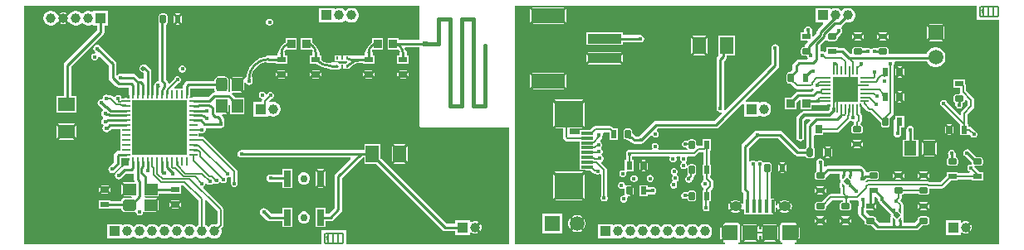
<source format=gtl>
G04*
G04 #@! TF.GenerationSoftware,Altium Limited,Altium Designer,21.0.9 (235)*
G04*
G04 Layer_Physical_Order=1*
G04 Layer_Color=255*
%FSLAX44Y44*%
%MOMM*%
G71*
G04*
G04 #@! TF.SameCoordinates,35DE941F-9A8C-42F3-B98C-DFFE3D48772F*
G04*
G04*
G04 #@! TF.FilePolarity,Positive*
G04*
G01*
G75*
%ADD12C,0.2540*%
%ADD13C,0.2000*%
%ADD14C,0.1270*%
%ADD16R,1.3000X1.5000*%
%ADD17R,0.8000X1.7000*%
%ADD18R,1.4000X1.8000*%
%ADD19R,1.8000X1.4000*%
%ADD20R,0.2000X0.3000*%
G04:AMPARAMS|DCode=21|XSize=0.3mm|YSize=0.2mm|CornerRadius=0.05mm|HoleSize=0mm|Usage=FLASHONLY|Rotation=270.000|XOffset=0mm|YOffset=0mm|HoleType=Round|Shape=RoundedRectangle|*
%AMROUNDEDRECTD21*
21,1,0.3000,0.1000,0,0,270.0*
21,1,0.2000,0.2000,0,0,270.0*
1,1,0.1000,-0.0500,-0.1000*
1,1,0.1000,-0.0500,0.1000*
1,1,0.1000,0.0500,0.1000*
1,1,0.1000,0.0500,-0.1000*
%
%ADD21ROUNDEDRECTD21*%
%ADD22R,0.9000X0.6000*%
G04:AMPARAMS|DCode=23|XSize=0.6mm|YSize=0.9mm|CornerRadius=0.15mm|HoleSize=0mm|Usage=FLASHONLY|Rotation=270.000|XOffset=0mm|YOffset=0mm|HoleType=Round|Shape=RoundedRectangle|*
%AMROUNDEDRECTD23*
21,1,0.6000,0.6000,0,0,270.0*
21,1,0.3000,0.9000,0,0,270.0*
1,1,0.3000,-0.3000,-0.1500*
1,1,0.3000,-0.3000,0.1500*
1,1,0.3000,0.3000,0.1500*
1,1,0.3000,0.3000,-0.1500*
%
%ADD23ROUNDEDRECTD23*%
%ADD24R,0.6000X0.9000*%
G04:AMPARAMS|DCode=25|XSize=0.6mm|YSize=0.9mm|CornerRadius=0.15mm|HoleSize=0mm|Usage=FLASHONLY|Rotation=0.000|XOffset=0mm|YOffset=0mm|HoleType=Round|Shape=RoundedRectangle|*
%AMROUNDEDRECTD25*
21,1,0.6000,0.6000,0,0,0.0*
21,1,0.3000,0.9000,0,0,0.0*
1,1,0.3000,0.1500,-0.3000*
1,1,0.3000,-0.1500,-0.3000*
1,1,0.3000,-0.1500,0.3000*
1,1,0.3000,0.1500,0.3000*
%
%ADD25ROUNDEDRECTD25*%
%ADD26R,5.6000X5.6000*%
%ADD27R,0.8500X0.2500*%
%ADD28R,0.2500X0.8500*%
%ADD29O,0.2500X0.8500*%
G04:AMPARAMS|DCode=30|XSize=0.65mm|YSize=0.95mm|CornerRadius=0.1625mm|HoleSize=0mm|Usage=FLASHONLY|Rotation=180.000|XOffset=0mm|YOffset=0mm|HoleType=Round|Shape=RoundedRectangle|*
%AMROUNDEDRECTD30*
21,1,0.6500,0.6250,0,0,180.0*
21,1,0.3250,0.9500,0,0,180.0*
1,1,0.3250,-0.1625,0.3125*
1,1,0.3250,0.1625,0.3125*
1,1,0.3250,0.1625,-0.3125*
1,1,0.3250,-0.1625,-0.3125*
%
%ADD30ROUNDEDRECTD30*%
%ADD31R,0.6500X0.9500*%
G04:AMPARAMS|DCode=32|XSize=0.2mm|YSize=0.85mm|CornerRadius=0.05mm|HoleSize=0mm|Usage=FLASHONLY|Rotation=180.000|XOffset=0mm|YOffset=0mm|HoleType=Round|Shape=RoundedRectangle|*
%AMROUNDEDRECTD32*
21,1,0.2000,0.7500,0,0,180.0*
21,1,0.1000,0.8500,0,0,180.0*
1,1,0.1000,-0.0500,0.3750*
1,1,0.1000,0.0500,0.3750*
1,1,0.1000,0.0500,-0.3750*
1,1,0.1000,-0.0500,-0.3750*
%
%ADD32ROUNDEDRECTD32*%
%ADD33R,0.2000X0.8500*%
%ADD34R,0.8500X0.2000*%
%ADD35R,2.6000X2.6000*%
%ADD36R,0.2500X0.2200*%
%ADD37R,0.2500X0.2200*%
%ADD38P,0.6788X4X360.0*%
%ADD39R,0.8900X0.9400*%
%ADD40R,0.4000X1.3500*%
%ADD41R,1.5000X1.5500*%
%ADD42R,1.2000X0.3000*%
%ADD43R,3.0000X2.7000*%
%ADD44R,3.4000X1.5000*%
%ADD45R,3.5000X1.0000*%
%ADD46R,0.4800X0.4800*%
G04:AMPARAMS|DCode=47|XSize=1.2mm|YSize=1.4mm|CornerRadius=0.3mm|HoleSize=0mm|Usage=FLASHONLY|Rotation=90.000|XOffset=0mm|YOffset=0mm|HoleType=Round|Shape=RoundedRectangle|*
%AMROUNDEDRECTD47*
21,1,1.2000,0.8000,0,0,90.0*
21,1,0.6000,1.4000,0,0,90.0*
1,1,0.6000,0.4000,0.3000*
1,1,0.6000,0.4000,-0.3000*
1,1,0.6000,-0.4000,-0.3000*
1,1,0.6000,-0.4000,0.3000*
%
%ADD47ROUNDEDRECTD47*%
%ADD48R,1.4000X1.2000*%
G04:AMPARAMS|DCode=49|XSize=1.2mm|YSize=1.4mm|CornerRadius=0.3mm|HoleSize=0mm|Usage=FLASHONLY|Rotation=0.000|XOffset=0mm|YOffset=0mm|HoleType=Round|Shape=RoundedRectangle|*
%AMROUNDEDRECTD49*
21,1,1.2000,0.8000,0,0,0.0*
21,1,0.6000,1.4000,0,0,0.0*
1,1,0.6000,0.3000,-0.4000*
1,1,0.6000,-0.3000,-0.4000*
1,1,0.6000,-0.3000,0.4000*
1,1,0.6000,0.3000,0.4000*
%
%ADD49ROUNDEDRECTD49*%
%ADD50R,1.2000X1.4000*%
%ADD51R,1.2000X1.5500*%
%ADD52R,1.2000X1.5500*%
%ADD97C,0.3000*%
%ADD98C,0.4000*%
%ADD99C,0.7500*%
%ADD100R,1.5000X1.5000*%
%ADD101C,1.5000*%
%ADD102R,1.0000X1.0000*%
%ADD103C,1.0000*%
%ADD104R,1.5000X1.5000*%
%ADD105O,1.2500X0.9500*%
%ADD106O,0.9000X1.5500*%
%ADD107C,0.4500*%
%ADD108C,0.5000*%
G36*
X905410Y747000D02*
Y711885D01*
X884570D01*
Y713970D01*
X873130D01*
Y702030D01*
X884570D01*
X885529Y701279D01*
X885981Y700189D01*
X885411Y699337D01*
X885115Y697850D01*
Y695977D01*
X883230D01*
Y687438D01*
X894770D01*
Y695977D01*
X892885D01*
Y697850D01*
X892589Y699337D01*
X891747Y700597D01*
X891244Y700933D01*
X891213Y701163D01*
X890428Y703059D01*
X891133Y704115D01*
X905410D01*
Y625000D01*
X905607Y624009D01*
X906169Y623169D01*
X907009Y622607D01*
X908000Y622410D01*
X997000D01*
Y503000D01*
X831590D01*
Y515000D01*
X831393Y515991D01*
X830831Y516831D01*
X829991Y517393D01*
X829000Y517590D01*
X808000D01*
X807009Y517393D01*
X806169Y516831D01*
X805607Y515991D01*
X805410Y515000D01*
Y503000D01*
X503000D01*
X503000Y747000D01*
X905410Y747000D01*
D02*
G37*
G36*
X1473410Y747000D02*
Y735000D01*
X1473607Y734009D01*
X1474169Y733169D01*
X1475009Y732607D01*
X1476000Y732410D01*
X1497000D01*
X1497000Y503000D01*
X1288656D01*
X1288531Y504270D01*
X1288996Y504363D01*
X1289836Y504924D01*
X1290398Y505764D01*
X1290432Y505936D01*
X1291083Y506371D01*
X1287102Y510352D01*
X1288898Y512148D01*
X1292879Y508167D01*
X1293435Y508999D01*
X1293883Y511250D01*
Y517750D01*
X1293435Y520001D01*
X1292879Y520833D01*
X1288898Y516852D01*
X1287102Y518648D01*
X1291083Y522629D01*
X1290434Y523063D01*
X1290398Y523246D01*
X1289836Y524086D01*
X1288996Y524648D01*
X1288005Y524845D01*
X1276005D01*
X1275014Y524648D01*
X1274174Y524086D01*
X1273613Y523246D01*
X1273416Y522255D01*
Y506755D01*
X1273613Y505764D01*
X1274174Y504924D01*
X1275014Y504363D01*
X1275480Y504270D01*
X1275355Y503000D01*
X1230656D01*
X1230531Y504270D01*
X1230996Y504362D01*
X1231836Y504924D01*
X1232398Y505764D01*
X1232595Y506755D01*
Y522255D01*
X1232398Y523246D01*
X1231836Y524086D01*
X1230996Y524648D01*
X1230005Y524845D01*
X1218005D01*
X1217014Y524648D01*
X1216174Y524086D01*
X1215612Y523246D01*
X1215577Y523071D01*
X1214917Y522629D01*
X1218898Y518648D01*
X1217102Y516852D01*
X1213121Y520833D01*
X1212565Y520001D01*
X1212117Y517750D01*
Y511250D01*
X1212565Y508999D01*
X1213121Y508167D01*
X1217102Y512148D01*
X1218898Y510352D01*
X1214917Y506371D01*
X1215580Y505928D01*
X1215612Y505764D01*
X1216174Y504924D01*
X1217014Y504362D01*
X1217479Y504270D01*
X1217354Y503000D01*
X1003000D01*
X1003000Y747000D01*
X1473410Y747000D01*
D02*
G37*
G36*
X811496Y507000D02*
X810997D01*
Y510174D01*
X810992Y510168D01*
X810962Y510145D01*
X810927Y510110D01*
X810868Y510069D01*
X810804Y510016D01*
X810722Y509957D01*
X810628Y509893D01*
X810522Y509828D01*
X810516D01*
X810510Y509822D01*
X810475Y509799D01*
X810417Y509769D01*
X810346Y509734D01*
X810264Y509693D01*
X810176Y509652D01*
X810088Y509611D01*
X810000Y509576D01*
Y510057D01*
X810006D01*
X810018Y510069D01*
X810041Y510075D01*
X810070Y510092D01*
X810106Y510110D01*
X810147Y510133D01*
X810246Y510192D01*
X810364Y510256D01*
X810481Y510339D01*
X810604Y510432D01*
X810728Y510532D01*
X810733Y510538D01*
X810739Y510544D01*
X810757Y510561D01*
X810780Y510579D01*
X810833Y510638D01*
X810904Y510708D01*
X810974Y510790D01*
X811050Y510884D01*
X811115Y510978D01*
X811173Y511078D01*
X811496D01*
Y507000D01*
D02*
G37*
G36*
X1479496Y739000D02*
X1478997D01*
Y742174D01*
X1478992Y742168D01*
X1478962Y742145D01*
X1478927Y742110D01*
X1478868Y742069D01*
X1478804Y742016D01*
X1478722Y741957D01*
X1478628Y741893D01*
X1478522Y741828D01*
X1478516D01*
X1478510Y741822D01*
X1478475Y741799D01*
X1478417Y741769D01*
X1478346Y741734D01*
X1478264Y741693D01*
X1478176Y741652D01*
X1478088Y741611D01*
X1478000Y741576D01*
Y742057D01*
X1478006D01*
X1478018Y742069D01*
X1478041Y742075D01*
X1478070Y742092D01*
X1478106Y742110D01*
X1478147Y742133D01*
X1478246Y742192D01*
X1478364Y742256D01*
X1478481Y742338D01*
X1478604Y742432D01*
X1478728Y742532D01*
X1478733Y742538D01*
X1478739Y742544D01*
X1478757Y742561D01*
X1478780Y742579D01*
X1478833Y742638D01*
X1478904Y742708D01*
X1478974Y742790D01*
X1479050Y742884D01*
X1479115Y742978D01*
X1479173Y743078D01*
X1479496D01*
Y739000D01*
D02*
G37*
%LPC*%
G36*
X837393Y744540D02*
X835407D01*
X833490Y744026D01*
X831770Y743034D01*
X830895Y742158D01*
X830050Y741774D01*
X829205Y742158D01*
X828330Y743034D01*
X826610Y744026D01*
X824693Y744540D01*
X822707D01*
X820790Y744026D01*
X819810Y743461D01*
X818540Y744194D01*
Y744540D01*
X803460D01*
Y729460D01*
X818540D01*
Y729806D01*
X819810Y730539D01*
X820790Y729974D01*
X822707Y729460D01*
X824693D01*
X826610Y729974D01*
X828330Y730966D01*
X829205Y731842D01*
X830050Y732226D01*
X830895Y731842D01*
X831770Y730966D01*
X833490Y729974D01*
X835407Y729460D01*
X837393D01*
X839310Y729974D01*
X841030Y730966D01*
X842433Y732370D01*
X843426Y734090D01*
X843940Y736007D01*
Y737993D01*
X843426Y739910D01*
X842433Y741630D01*
X841030Y743034D01*
X839310Y744026D01*
X837393Y744540D01*
D02*
G37*
G36*
X588240Y741540D02*
X573160D01*
Y741194D01*
X571890Y740461D01*
X570910Y741026D01*
X568993Y741540D01*
X567007D01*
X565090Y741026D01*
X563370Y740033D01*
X562495Y739158D01*
X561650Y738774D01*
X560805Y739158D01*
X559930Y740033D01*
X558210Y741026D01*
X556293Y741540D01*
X554307D01*
X552390Y741026D01*
X550670Y740033D01*
X549267Y738630D01*
X548985Y738142D01*
X548899Y738094D01*
X548468Y738072D01*
X544396Y734000D01*
X548468Y729928D01*
X548899Y729905D01*
X548985Y729858D01*
X549267Y729370D01*
X550670Y727967D01*
X552390Y726974D01*
X554307Y726460D01*
X556293D01*
X558210Y726974D01*
X559930Y727967D01*
X560805Y728842D01*
X561650Y729226D01*
X562495Y728842D01*
X563370Y727967D01*
X565090Y726974D01*
X567007Y726460D01*
X568993D01*
X570910Y726974D01*
X571890Y727539D01*
X573160Y726806D01*
Y726460D01*
X576815D01*
Y721309D01*
X544253Y688747D01*
X543411Y687487D01*
X543115Y686000D01*
Y654270D01*
X535730D01*
Y637730D01*
X556270D01*
Y654270D01*
X550885D01*
Y684391D01*
X583447Y716953D01*
X584289Y718213D01*
X584585Y719700D01*
Y726460D01*
X588240D01*
Y741540D01*
D02*
G37*
G36*
X661974Y738770D02*
X657026D01*
X659500Y736296D01*
X661974Y738770D01*
D02*
G37*
G36*
X543847Y740270D02*
X541353D01*
X539071Y739325D01*
X542600Y735796D01*
X546129Y739325D01*
X543847Y740270D01*
D02*
G37*
G36*
X655230Y736974D02*
Y729026D01*
X658602Y732398D01*
X659500Y731500D01*
X660398Y732398D01*
X663770Y729026D01*
Y736974D01*
X660398Y733602D01*
X659500Y734500D01*
X658602Y733602D01*
X655230Y736974D01*
D02*
G37*
G36*
X542600Y732204D02*
X539071Y728675D01*
X541353Y727730D01*
X543847D01*
X546129Y728675D01*
X542600Y732204D01*
D02*
G37*
G36*
X659500Y729704D02*
X657026Y727230D01*
X661974D01*
X659500Y729704D01*
D02*
G37*
G36*
X753700Y733520D02*
X752300D01*
X751006Y732984D01*
X750016Y731994D01*
X749480Y730700D01*
Y729300D01*
X750016Y728006D01*
X751006Y727016D01*
X752300Y726480D01*
X753700D01*
X754994Y727016D01*
X755984Y728006D01*
X756520Y729300D01*
Y730700D01*
X755984Y731994D01*
X754994Y732984D01*
X753700Y733520D01*
D02*
G37*
G36*
X530893Y741540D02*
X528907D01*
X526990Y741026D01*
X525270Y740033D01*
X523867Y738630D01*
X522874Y736910D01*
X522360Y734993D01*
Y733007D01*
X522874Y731090D01*
X523867Y729370D01*
X525270Y727967D01*
X526990Y726974D01*
X528907Y726460D01*
X530893D01*
X532810Y726974D01*
X534530Y727967D01*
X535933Y729370D01*
X536215Y729858D01*
X536301Y729905D01*
X536732Y729928D01*
X540804Y734000D01*
X536732Y738072D01*
X536301Y738094D01*
X536215Y738142D01*
X535933Y738630D01*
X534530Y740033D01*
X532810Y741026D01*
X530893Y741540D01*
D02*
G37*
G36*
X868870Y713970D02*
X857430D01*
Y709134D01*
X857255Y709061D01*
X854813Y707187D01*
X852939Y704745D01*
X851781Y701949D01*
X851253Y701597D01*
X850411Y700337D01*
X850115Y698850D01*
Y695977D01*
X848230D01*
Y695592D01*
X835120D01*
X834610Y695491D01*
X834270Y695770D01*
Y695770D01*
X829730Y695770D01*
X828460Y695770D01*
X824730Y695770D01*
X823460Y695770D01*
X819730D01*
Y690230D01*
X824270Y690230D01*
X825540Y690230D01*
X829270Y690230D01*
X831376Y690230D01*
X831614Y690047D01*
X831661Y690028D01*
X832374Y688961D01*
X832384Y688744D01*
X831198Y687770D01*
X829730Y687770D01*
X828460Y687770D01*
X824730D01*
X824730Y687770D01*
Y687770D01*
X823748Y688414D01*
X823487Y688589D01*
X822000Y688885D01*
X816193D01*
X814707Y688589D01*
X813568Y687828D01*
X812227Y687960D01*
X808413Y689117D01*
X805770Y690529D01*
Y695977D01*
X803885D01*
Y698700D01*
X803589Y700187D01*
X802747Y701447D01*
X802236Y701788D01*
X802235Y701791D01*
X801042Y704671D01*
X799144Y707144D01*
X796671Y709042D01*
X796420Y709146D01*
Y713970D01*
X784980D01*
Y702030D01*
X796405D01*
X796937Y700974D01*
X796411Y700187D01*
X796115Y698700D01*
Y695977D01*
X794230D01*
Y687438D01*
X801025D01*
X801991Y686645D01*
X806410Y684283D01*
X811206Y682828D01*
X813193Y682632D01*
X813446Y682253D01*
X814707Y681411D01*
X816193Y681115D01*
X822000D01*
X823487Y681411D01*
X823749Y681586D01*
X824730Y682230D01*
Y682230D01*
X824730Y682230D01*
X829270Y682230D01*
X830540Y682230D01*
X834270D01*
Y683555D01*
X836898Y685712D01*
X840413Y687591D01*
X841178Y687823D01*
X848230D01*
Y687438D01*
X859770D01*
Y695977D01*
X857885D01*
Y698850D01*
X857589Y700337D01*
X857251Y700843D01*
X857810Y702030D01*
X868870D01*
Y713970D01*
D02*
G37*
G36*
X664700Y685520D02*
X663300D01*
X662006Y684984D01*
X661016Y683994D01*
X660480Y682700D01*
Y681300D01*
X661016Y680006D01*
X662006Y679016D01*
X663300Y678480D01*
X664700D01*
X665994Y679016D01*
X666984Y680006D01*
X667520Y681300D01*
Y682700D01*
X666984Y683994D01*
X665994Y684984D01*
X664700Y685520D01*
D02*
G37*
G36*
X770654Y679065D02*
X768296Y676708D01*
X770654Y674350D01*
X770824Y675208D01*
Y678207D01*
X770654Y679065D01*
D02*
G37*
G36*
X894654D02*
X892296Y676708D01*
X894654Y674350D01*
X894824Y675208D01*
Y678207D01*
X894654Y679065D01*
D02*
G37*
G36*
X805654Y679065D02*
X803296Y676708D01*
X805654Y674350D01*
X805824Y675208D01*
Y678207D01*
X805654Y679065D01*
D02*
G37*
G36*
X759346Y679065D02*
X759176Y678207D01*
Y675208D01*
X759346Y674350D01*
X761704Y676708D01*
X759346Y679065D01*
D02*
G37*
G36*
X883346D02*
X883176Y678207D01*
Y675208D01*
X883346Y674350D01*
X885704Y676708D01*
X883346Y679065D01*
D02*
G37*
G36*
X859654Y679065D02*
X857296Y676707D01*
X859654Y674350D01*
X859824Y675208D01*
Y678207D01*
X859654Y679065D01*
D02*
G37*
G36*
X794346Y679065D02*
X794176Y678207D01*
Y675208D01*
X794346Y674350D01*
X796704Y676708D01*
X794346Y679065D01*
D02*
G37*
G36*
X848346Y679065D02*
X848176Y678207D01*
Y675208D01*
X848346Y674350D01*
X850704Y676707D01*
X848346Y679065D01*
D02*
G37*
G36*
X892000Y681032D02*
X886000D01*
X885142Y680861D01*
X888398Y677606D01*
X887500Y676708D01*
X888398Y675809D01*
X885142Y672554D01*
X886000Y672383D01*
X892000D01*
X892858Y672554D01*
X889602Y675809D01*
X890500Y676708D01*
X889602Y677606D01*
X892858Y680861D01*
X892000Y681032D01*
D02*
G37*
G36*
X803000D02*
X797000D01*
X796142Y680861D01*
X799398Y677606D01*
X798500Y676708D01*
X799398Y675809D01*
X796142Y672554D01*
X797000Y672383D01*
X803000D01*
X803858Y672554D01*
X800602Y675809D01*
X801500Y676708D01*
X800602Y677606D01*
X803858Y680861D01*
X803000Y681032D01*
D02*
G37*
G36*
X768000D02*
X762000D01*
X761142Y680861D01*
X764398Y677606D01*
X763500Y676708D01*
X764398Y675809D01*
X761142Y672554D01*
X762000Y672383D01*
X768000D01*
X768858Y672554D01*
X765602Y675809D01*
X766500Y676708D01*
X765602Y677606D01*
X768858Y680861D01*
X768000Y681032D01*
D02*
G37*
G36*
X857000Y681032D02*
X851000D01*
X850142Y680861D01*
X853398Y677606D01*
X852500Y676707D01*
X853398Y675809D01*
X850142Y672554D01*
X851000Y672383D01*
X857000D01*
X857858Y672554D01*
X854602Y675809D01*
X855500Y676707D01*
X854602Y677606D01*
X857858Y680861D01*
X857000Y681032D01*
D02*
G37*
G36*
X725474Y674270D02*
X714526D01*
X720000Y668796D01*
X725474Y674270D01*
D02*
G37*
G36*
X646000Y738824D02*
X643000D01*
X641919Y738609D01*
X641003Y737997D01*
X640391Y737081D01*
X640176Y736000D01*
Y733873D01*
X639931Y733507D01*
X639635Y732020D01*
Y670430D01*
X639043Y669253D01*
X637556Y668957D01*
X636296Y668115D01*
X635454Y666855D01*
X635317Y666165D01*
X634646Y665161D01*
X634350Y663675D01*
X634477Y663040D01*
X633633Y661770D01*
X632385D01*
Y679500D01*
X632089Y680987D01*
X631247Y682247D01*
X627747Y685747D01*
X626487Y686589D01*
X625000Y686885D01*
X623513Y686589D01*
X623045Y686276D01*
X622621Y686191D01*
X622132Y685865D01*
X621972Y685799D01*
X621849Y685676D01*
X621361Y685349D01*
X621034Y684861D01*
X620911Y684738D01*
X620845Y684578D01*
X620518Y684089D01*
X620404Y683513D01*
X620337Y683353D01*
Y683179D01*
X620223Y682602D01*
X620337Y682026D01*
Y681853D01*
X620404Y681692D01*
X620518Y681116D01*
X620845Y680627D01*
X620911Y680467D01*
X621034Y680344D01*
X621361Y679856D01*
X621849Y679529D01*
X621972Y679407D01*
X622132Y679340D01*
X622621Y679014D01*
X623197Y678899D01*
X623358Y678833D01*
X623531D01*
X623709Y678797D01*
X624615Y677891D01*
Y672528D01*
X623345Y671849D01*
X622987Y672089D01*
X621500Y672385D01*
X620109D01*
X616462Y676032D01*
X615201Y676874D01*
X613715Y677170D01*
X601285D01*
X599799Y676874D01*
X598538Y676032D01*
X598155Y675458D01*
X596885Y675843D01*
Y687000D01*
X596589Y688487D01*
X595747Y689747D01*
X579747Y705747D01*
X578487Y706589D01*
X577000Y706885D01*
X575513Y706589D01*
X574253Y705747D01*
X573411Y704487D01*
X573115Y703000D01*
X573411Y701513D01*
X574253Y700253D01*
X575393Y699113D01*
X574855Y697855D01*
X573965D01*
X572671Y697319D01*
X571681Y696329D01*
X571145Y695035D01*
Y693635D01*
X571681Y692341D01*
X572671Y691351D01*
X573965Y690815D01*
X575365D01*
X576659Y691351D01*
X577649Y692341D01*
X578185Y693635D01*
Y694525D01*
X579444Y695062D01*
X589115Y685391D01*
Y673000D01*
X589411Y671513D01*
X590253Y670253D01*
X596253Y664253D01*
X597513Y663411D01*
X599000Y663115D01*
X609615D01*
Y656250D01*
X609911Y654763D01*
X610548Y653810D01*
X610460Y652540D01*
X609405Y652020D01*
X608693D01*
X607989Y652491D01*
X606750Y652737D01*
X605511Y652491D01*
X604959Y652122D01*
X602080D01*
Y652772D01*
X601544Y654066D01*
X600554Y655056D01*
X599260Y655592D01*
X597860D01*
X596566Y655056D01*
X595576Y654066D01*
X595358Y653539D01*
X593867Y653233D01*
X592775Y654325D01*
X591725Y655027D01*
X590486Y655273D01*
X588050D01*
X587140Y655650D01*
X585740D01*
X584446Y655114D01*
X583456Y654124D01*
X582920Y652830D01*
Y652261D01*
X581745Y651200D01*
X581645Y651220D01*
X581285D01*
X579799Y650924D01*
X578539Y650082D01*
X577696Y648822D01*
X577401Y647335D01*
X577696Y645849D01*
X578539Y644588D01*
X579623Y643864D01*
X582850Y640637D01*
X582928Y639935D01*
X582812Y639084D01*
X582596Y638940D01*
X581754Y637680D01*
X581459Y636193D01*
X581754Y634706D01*
X582596Y633446D01*
X582971Y633071D01*
X583175Y632935D01*
X583138Y631432D01*
X582515Y631016D01*
X581673Y629755D01*
X581377Y628269D01*
X581673Y626782D01*
X582515Y625522D01*
X583044Y625168D01*
X583602Y624228D01*
X583346Y623555D01*
X582851Y622815D01*
X582555Y621328D01*
X582851Y619841D01*
X583693Y618581D01*
X584953Y617739D01*
X586440Y617443D01*
X586970D01*
X588457Y617739D01*
X589717Y618581D01*
X591751Y620615D01*
X601230D01*
Y617020D01*
X601230D01*
Y606980D01*
Y598385D01*
X599500D01*
X598013Y598089D01*
X596753Y597247D01*
X595253Y595747D01*
X594411Y594487D01*
X594115Y593000D01*
Y586609D01*
X589753Y582247D01*
X588911Y580987D01*
X588615Y579500D01*
X588911Y578013D01*
X589753Y576753D01*
X591013Y575911D01*
X592500Y575615D01*
X593987Y575911D01*
X595247Y576753D01*
X600747Y582253D01*
X601589Y583513D01*
X601885Y585000D01*
Y590615D01*
X606750D01*
X608237Y590911D01*
X609190Y591548D01*
X610460Y591460D01*
X610548Y590190D01*
X609911Y589237D01*
X609615Y587750D01*
Y582885D01*
X605000D01*
X603513Y582589D01*
X602253Y581747D01*
X596253Y575747D01*
X595411Y574487D01*
X595115Y573000D01*
X595411Y571513D01*
X596253Y570253D01*
X597513Y569411D01*
X599000Y569115D01*
X600487Y569411D01*
X601747Y570253D01*
X606609Y575115D01*
X612012D01*
X613345Y575381D01*
X613808Y575246D01*
X614615Y574814D01*
Y569093D01*
X614911Y567606D01*
X614955Y567540D01*
X614276Y566270D01*
X603526D01*
X609898Y559898D01*
X609000Y559000D01*
X609898Y558102D01*
X603526Y551730D01*
X611789D01*
X612468Y550460D01*
X612397Y550354D01*
X606000D01*
X604334Y550022D01*
X602922Y549078D01*
X601978Y547666D01*
X601872Y547135D01*
X590770D01*
Y547770D01*
X579230D01*
Y539230D01*
X590770D01*
Y539365D01*
X601773D01*
X601978Y538334D01*
X602922Y536922D01*
X604334Y535978D01*
X606000Y535646D01*
X614000D01*
X615632Y535971D01*
X615668Y535977D01*
X616902Y535276D01*
Y534891D01*
X617438Y533597D01*
X618428Y532607D01*
X619722Y532071D01*
X621122D01*
X622416Y532607D01*
X623406Y533597D01*
X623942Y534891D01*
Y535730D01*
X638474D01*
X632102Y542102D01*
X633000Y543000D01*
X632102Y543898D01*
X638474Y550270D01*
X626041D01*
X625237Y551540D01*
X625327Y551730D01*
X640270D01*
Y554615D01*
X651023D01*
Y554230D01*
X662563D01*
Y562770D01*
X663615Y563295D01*
X665127D01*
X680663Y547759D01*
Y522837D01*
X679270Y522034D01*
X678395Y521158D01*
X677550Y520774D01*
X676705Y521158D01*
X675830Y522034D01*
X674110Y523026D01*
X672193Y523540D01*
X670207D01*
X668290Y523026D01*
X666570Y522034D01*
X665695Y521158D01*
X664850Y520774D01*
X664005Y521158D01*
X663130Y522034D01*
X661410Y523026D01*
X659493Y523540D01*
X657507D01*
X655590Y523026D01*
X653870Y522034D01*
X652995Y521158D01*
X652150Y520774D01*
X651305Y521158D01*
X650430Y522034D01*
X648710Y523026D01*
X646793Y523540D01*
X644807D01*
X642890Y523026D01*
X641170Y522034D01*
X640295Y521158D01*
X639450Y520774D01*
X638605Y521158D01*
X637730Y522034D01*
X636010Y523026D01*
X634093Y523540D01*
X632107D01*
X630190Y523026D01*
X628470Y522034D01*
X627595Y521158D01*
X626750Y520774D01*
X625905Y521158D01*
X625030Y522034D01*
X623310Y523026D01*
X621393Y523540D01*
X619407D01*
X617490Y523026D01*
X615770Y522034D01*
X614895Y521158D01*
X614050Y520774D01*
X613205Y521158D01*
X612330Y522034D01*
X610610Y523026D01*
X608693Y523540D01*
X606707D01*
X604790Y523026D01*
X603810Y522461D01*
X602540Y523194D01*
Y523540D01*
X587460D01*
Y508460D01*
X602540D01*
Y508806D01*
X603810Y509539D01*
X604790Y508974D01*
X606707Y508460D01*
X608693D01*
X610610Y508974D01*
X612330Y509967D01*
X613205Y510842D01*
X614050Y511226D01*
X614895Y510842D01*
X615770Y509967D01*
X617490Y508974D01*
X619407Y508460D01*
X621393D01*
X623310Y508974D01*
X625030Y509967D01*
X625905Y510842D01*
X626750Y511226D01*
X627595Y510842D01*
X628470Y509967D01*
X630190Y508974D01*
X632107Y508460D01*
X634093D01*
X636010Y508974D01*
X637730Y509967D01*
X638605Y510842D01*
X639450Y511226D01*
X640295Y510842D01*
X641170Y509967D01*
X642890Y508974D01*
X644807Y508460D01*
X646793D01*
X648710Y508974D01*
X650430Y509967D01*
X651305Y510842D01*
X652150Y511226D01*
X652995Y510842D01*
X653870Y509967D01*
X655590Y508974D01*
X657507Y508460D01*
X659493D01*
X661410Y508974D01*
X663130Y509967D01*
X664005Y510842D01*
X664850Y511226D01*
X665695Y510842D01*
X666570Y509967D01*
X668290Y508974D01*
X670207Y508460D01*
X672193D01*
X674110Y508974D01*
X675830Y509967D01*
X676705Y510842D01*
X677550Y511226D01*
X678395Y510842D01*
X679270Y509967D01*
X680990Y508974D01*
X682907Y508460D01*
X684893D01*
X686810Y508974D01*
X688530Y509967D01*
X689405Y510842D01*
X690250Y511226D01*
X691095Y510842D01*
X691970Y509967D01*
X693690Y508974D01*
X695607Y508460D01*
X697593D01*
X699510Y508974D01*
X701230Y509967D01*
X702634Y511370D01*
X703626Y513090D01*
X704140Y515007D01*
Y516993D01*
X703724Y518546D01*
X705289Y520111D01*
X705991Y521161D01*
X706237Y522400D01*
Y538000D01*
X705991Y539239D01*
X705289Y540289D01*
X685247Y560332D01*
X685545Y561830D01*
X685994Y562016D01*
X686984Y563006D01*
X687520Y564300D01*
X688790Y565092D01*
X689016Y565006D01*
X690006Y564016D01*
X691300Y563480D01*
X692700D01*
X693994Y564016D01*
X694984Y565006D01*
X695872Y565275D01*
X696186Y565065D01*
X697425Y564819D01*
X697577D01*
X698260Y564536D01*
X699660D01*
X700954Y565072D01*
X701944Y566062D01*
X701975Y566137D01*
X702040Y566176D01*
X703433Y566339D01*
X704006Y565766D01*
X705300Y565230D01*
X706700D01*
X707994Y565766D01*
X708984Y566756D01*
X709520Y568050D01*
Y569450D01*
X709368Y569818D01*
X710216Y571088D01*
X710605D01*
X711899Y571623D01*
X712493Y572217D01*
X713763Y571691D01*
Y566383D01*
X713480Y565700D01*
Y564300D01*
X714016Y563006D01*
X715006Y562016D01*
X716300Y561480D01*
X717700D01*
X718994Y562016D01*
X719984Y563006D01*
X720520Y564300D01*
Y565700D01*
X720237Y566383D01*
Y577000D01*
X719991Y578239D01*
X719289Y579289D01*
X686789Y611789D01*
X685739Y612491D01*
X684500Y612737D01*
X680770D01*
Y616516D01*
X683420D01*
X683492Y616486D01*
X684892D01*
X686186Y617022D01*
X687176Y618012D01*
X687712Y619306D01*
Y620706D01*
X688337Y621642D01*
X703099D01*
X703232Y621668D01*
X703367Y621651D01*
X703971Y621815D01*
X704585Y621937D01*
X704698Y622013D01*
X704830Y622049D01*
X705325Y622432D01*
X705846Y622780D01*
X705921Y622893D01*
X706029Y622976D01*
X706340Y623519D01*
X706688Y624040D01*
X706714Y624173D01*
X706782Y624291D01*
X706861Y624912D01*
X706983Y625526D01*
X706957Y625660D01*
X706974Y625795D01*
X706625Y630835D01*
X706445Y631498D01*
X706290Y632167D01*
X706247Y632227D01*
X706227Y632298D01*
X705807Y632841D01*
X705408Y633400D01*
X704183Y634549D01*
X704650Y635730D01*
X709474D01*
X703102Y642102D01*
X704898Y643898D01*
X711270Y637526D01*
Y645255D01*
X712540Y645934D01*
X712730Y645807D01*
Y635730D01*
X727270D01*
Y652270D01*
X718224D01*
X716910Y653584D01*
X716859Y653841D01*
X716017Y655101D01*
X714658Y656460D01*
X715184Y657730D01*
X725474D01*
X719102Y664102D01*
X720898Y665898D01*
X727270Y659526D01*
Y667684D01*
X727710Y667840D01*
X728540Y667895D01*
X729253Y666828D01*
X730513Y665986D01*
X732000Y665690D01*
X733487Y665986D01*
X734747Y666828D01*
X735589Y668088D01*
X735885Y669575D01*
Y672000D01*
X735589Y673487D01*
X734840Y674607D01*
X734918Y675398D01*
X735909Y678665D01*
X737518Y681676D01*
X739684Y684316D01*
X742324Y686482D01*
X745335Y688091D01*
X748602Y689082D01*
X749392Y689160D01*
X750513Y688411D01*
X752000Y688115D01*
X759230D01*
Y687438D01*
X770770D01*
Y695977D01*
X768885D01*
Y698000D01*
X768589Y699487D01*
X768027Y700328D01*
X768371Y701158D01*
X769280Y702030D01*
X780720D01*
Y713970D01*
X769280D01*
Y709204D01*
X768676Y708954D01*
X766056Y706944D01*
X764046Y704324D01*
X762783Y701274D01*
X762758Y701084D01*
X762253Y700747D01*
X761411Y699487D01*
X761115Y698000D01*
Y695977D01*
X759230D01*
Y695885D01*
X752000D01*
X750513Y695589D01*
X749253Y694747D01*
X748990Y694353D01*
X747581Y694214D01*
X743333Y692925D01*
X739417Y690832D01*
X735985Y688015D01*
X733168Y684583D01*
X731075Y680667D01*
X729786Y676419D01*
X729647Y675010D01*
X729253Y674747D01*
X728540Y673680D01*
X728480Y673684D01*
X720898Y666102D01*
X720000Y667000D01*
X719102Y666102D01*
X712730Y672474D01*
Y659502D01*
X711592Y658563D01*
X711316Y658615D01*
X710742Y659915D01*
X711022Y660334D01*
X711354Y662000D01*
Y670000D01*
X711022Y671666D01*
X710079Y673079D01*
X708666Y674022D01*
X707000Y674354D01*
X701000D01*
X699334Y674022D01*
X697922Y673079D01*
X696978Y671666D01*
X696646Y670000D01*
Y669885D01*
X669988D01*
X668501Y669589D01*
X667241Y668747D01*
X665753Y667259D01*
X664911Y665999D01*
X664615Y664512D01*
Y661770D01*
X656008D01*
X655521Y662943D01*
X660311Y667733D01*
X660994Y668016D01*
X661984Y669006D01*
X662520Y670300D01*
Y671700D01*
X661984Y672994D01*
X660994Y673984D01*
X659700Y674520D01*
X658300D01*
X657006Y673984D01*
X656016Y672994D01*
X655733Y672311D01*
X650644Y667222D01*
X649444Y667818D01*
X649209Y668997D01*
X648367Y670257D01*
X647405Y671219D01*
Y727607D01*
X647997Y728003D01*
X648609Y728919D01*
X648824Y730000D01*
Y736000D01*
X648609Y737081D01*
X647997Y737997D01*
X647081Y738609D01*
X646000Y738824D01*
D02*
G37*
G36*
X746265Y658918D02*
X744865D01*
X743571Y658382D01*
X742581Y657392D01*
X742045Y656098D01*
Y654698D01*
X742581Y653404D01*
X743571Y652414D01*
X744734Y651932D01*
X744926Y651727D01*
X745377Y650608D01*
X745374Y650604D01*
X745128Y649365D01*
Y648540D01*
X736460D01*
Y633460D01*
X751540D01*
Y633806D01*
X752810Y634539D01*
X753790Y633974D01*
X755707Y633460D01*
X757693D01*
X759610Y633974D01*
X761330Y634967D01*
X762734Y636370D01*
X763726Y638090D01*
X764240Y640007D01*
Y641993D01*
X763726Y643910D01*
X762734Y645630D01*
X761330Y647033D01*
X759610Y648026D01*
X757693Y648540D01*
X755707D01*
X753790Y648026D01*
X752872Y647496D01*
X752864Y647500D01*
X752089Y648511D01*
X755289Y651711D01*
X755301Y651729D01*
X755994Y652016D01*
X756984Y653006D01*
X757520Y654300D01*
Y655700D01*
X756984Y656994D01*
X755994Y657984D01*
X754700Y658520D01*
X753300D01*
X752006Y657984D01*
X751016Y656994D01*
X750729Y656301D01*
X750711Y656289D01*
X750355Y655933D01*
X749860Y655997D01*
X748979Y656354D01*
X748549Y657392D01*
X747559Y658382D01*
X746265Y658918D01*
D02*
G37*
G36*
X535730Y624474D02*
Y611526D01*
X542204Y618000D01*
X535730Y624474D01*
D02*
G37*
G36*
X556270Y624474D02*
X549796Y618000D01*
X556270Y611526D01*
Y624474D01*
D02*
G37*
G36*
X554474Y626270D02*
X537526D01*
X544898Y618898D01*
X544000Y618000D01*
X544898Y617102D01*
X537526Y609730D01*
X554474D01*
X547102Y617102D01*
X548000Y618000D01*
X547102Y618898D01*
X554474Y626270D01*
D02*
G37*
G36*
X892266Y605477D02*
X879318D01*
X885792Y599003D01*
X892266Y605477D01*
D02*
G37*
G36*
X877523Y603681D02*
Y586733D01*
X884894Y594105D01*
X885792Y593207D01*
X886691Y594105D01*
X894062Y586734D01*
Y603681D01*
X886691Y596309D01*
X885792Y597207D01*
X884894Y596309D01*
X877523Y603681D01*
D02*
G37*
G36*
X885792Y591411D02*
X879319Y584938D01*
X892266D01*
X885792Y591411D01*
D02*
G37*
G36*
X808474Y579770D02*
X801526D01*
X805000Y576296D01*
X808474Y579770D01*
D02*
G37*
G36*
X789251Y576290D02*
X786749D01*
X784437Y575332D01*
X782668Y573563D01*
X781710Y571251D01*
Y568749D01*
X782668Y566437D01*
X784437Y564668D01*
X786749Y563710D01*
X789251D01*
X791563Y564668D01*
X793332Y566437D01*
X794290Y568749D01*
Y571251D01*
X793332Y573563D01*
X791563Y575332D01*
X789251Y576290D01*
D02*
G37*
G36*
X799730Y577974D02*
Y562026D01*
X804102Y566398D01*
X805000Y565500D01*
X805898Y566398D01*
X810270Y562026D01*
Y577974D01*
X805898Y573602D01*
X805000Y574500D01*
X804102Y573602D01*
X799730Y577974D01*
D02*
G37*
G36*
X805000Y563704D02*
X801526Y560230D01*
X808474D01*
X805000Y563704D01*
D02*
G37*
G36*
X776270Y579770D02*
X765730D01*
Y574137D01*
X753748D01*
X752261Y573841D01*
X751001Y572999D01*
X750159Y571739D01*
X749863Y570252D01*
X750159Y568765D01*
X751001Y567505D01*
X752261Y566663D01*
X753748Y566367D01*
X765730D01*
Y560230D01*
X776270D01*
Y579770D01*
D02*
G37*
G36*
X579346Y560858D02*
X579176Y560000D01*
Y557000D01*
X579346Y556142D01*
X581704Y558500D01*
X579346Y560858D01*
D02*
G37*
G36*
X590654Y560858D02*
X588296Y558500D01*
X590654Y556142D01*
X590824Y557000D01*
Y560000D01*
X590654Y560858D01*
D02*
G37*
G36*
X588000Y562824D02*
X582000D01*
X581142Y562654D01*
X584398Y559398D01*
X583500Y558500D01*
X584398Y557602D01*
X581142Y554346D01*
X582000Y554176D01*
X588000D01*
X588858Y554346D01*
X585602Y557602D01*
X586500Y558500D01*
X585602Y559398D01*
X588858Y562654D01*
X588000Y562824D01*
D02*
G37*
G36*
X601730Y564474D02*
Y553526D01*
X607204Y559000D01*
X601730Y564474D01*
D02*
G37*
G36*
X662446Y545858D02*
X660089Y543500D01*
X662446Y541142D01*
X662617Y542000D01*
Y545000D01*
X662446Y545858D01*
D02*
G37*
G36*
X651139Y545858D02*
X650968Y545000D01*
Y542000D01*
X651139Y541142D01*
X653497Y543500D01*
X651139Y545858D01*
D02*
G37*
G36*
X659793Y547824D02*
X653793D01*
X652935Y547654D01*
X656191Y544398D01*
X655293Y543500D01*
X656191Y542602D01*
X652935Y539346D01*
X653793Y539176D01*
X659793D01*
X660650Y539346D01*
X657395Y542602D01*
X658293Y543500D01*
X657395Y544398D01*
X660650Y547654D01*
X659793Y547824D01*
D02*
G37*
G36*
X640270Y548474D02*
X634796Y543000D01*
X640270Y537526D01*
Y548474D01*
D02*
G37*
G36*
X789251Y536290D02*
X786749D01*
X784437Y535332D01*
X782668Y533563D01*
X781710Y531251D01*
Y528749D01*
X782668Y526437D01*
X784437Y524668D01*
X786749Y523710D01*
X789251D01*
X791563Y524668D01*
X793332Y526437D01*
X794290Y528749D01*
Y531251D01*
X793332Y533563D01*
X791563Y535332D01*
X789251Y536290D01*
D02*
G37*
G36*
X747000Y539885D02*
X745513Y539589D01*
X744253Y538747D01*
X743411Y537487D01*
X743115Y536000D01*
X743411Y534513D01*
X744253Y533253D01*
X750253Y527253D01*
X751513Y526411D01*
X753000Y526115D01*
X765730D01*
Y520230D01*
X776270D01*
Y539770D01*
X765730D01*
Y533885D01*
X754609D01*
X749747Y538747D01*
X748487Y539589D01*
X747000Y539885D01*
D02*
G37*
G36*
X968025Y523529D02*
X964496Y520000D01*
X968025Y516471D01*
X968970Y518753D01*
Y521247D01*
X968025Y523529D01*
D02*
G37*
G36*
X866062Y605477D02*
X849522D01*
Y599092D01*
X724208D01*
X722721Y598796D01*
X721461Y597954D01*
X720619Y596694D01*
X720323Y595207D01*
X720619Y593721D01*
X721461Y592461D01*
X722721Y591619D01*
X724208Y591323D01*
X835170D01*
X835656Y590149D01*
X820253Y574747D01*
X819411Y573487D01*
X819115Y572000D01*
Y539609D01*
X813391Y533885D01*
X810270D01*
Y539770D01*
X799730D01*
Y520230D01*
X810270D01*
Y526115D01*
X815000D01*
X816487Y526411D01*
X817747Y527253D01*
X825747Y535253D01*
X826589Y536513D01*
X826885Y538000D01*
Y570391D01*
X847816Y591323D01*
X849522D01*
Y584938D01*
X861319D01*
X929003Y517253D01*
X930264Y516411D01*
X931750Y516115D01*
X942460D01*
Y512460D01*
X957540D01*
Y514634D01*
X958713Y515120D01*
X959148Y514685D01*
X961453Y513730D01*
X963947D01*
X966229Y514675D01*
X961802Y519102D01*
X962700Y520000D01*
X961802Y520898D01*
X966229Y525325D01*
X963947Y526270D01*
X961453D01*
X959148Y525315D01*
X958713Y524880D01*
X957540Y525366D01*
Y527540D01*
X942460D01*
Y523885D01*
X933359D01*
X866062Y591181D01*
Y605477D01*
D02*
G37*
%LPD*%
G36*
X696646Y662000D02*
X696978Y660334D01*
X697585Y659425D01*
X696957Y658155D01*
X696646D01*
X695159Y657859D01*
X693899Y657017D01*
X690266Y653385D01*
X675250D01*
X673763Y653089D01*
X672810Y652452D01*
X671540Y652540D01*
X671452Y653810D01*
X672089Y654763D01*
X672385Y656250D01*
Y662115D01*
X696646D01*
Y662000D01*
D02*
G37*
G36*
X699763Y536659D02*
Y524129D01*
X698699Y523244D01*
X697593Y523540D01*
X695607D01*
X693690Y523026D01*
X691970Y522034D01*
X691095Y521158D01*
X690250Y520774D01*
X689405Y521158D01*
X688530Y522034D01*
X687137Y522837D01*
Y547489D01*
X688407Y548015D01*
X699763Y536659D01*
D02*
G37*
%LPC*%
G36*
X1343393Y744540D02*
X1341407D01*
X1339490Y744026D01*
X1337770Y743034D01*
X1336895Y742158D01*
X1336050Y741774D01*
X1335205Y742158D01*
X1334330Y743034D01*
X1332610Y744026D01*
X1330693Y744540D01*
X1328707D01*
X1326790Y744026D01*
X1325810Y743461D01*
X1324540Y744194D01*
Y744540D01*
X1309460D01*
Y729460D01*
X1317005D01*
X1317491Y728287D01*
X1311727Y722522D01*
X1310884Y721261D01*
X1310589Y719775D01*
Y718500D01*
X1307401Y715313D01*
X1306228Y715799D01*
Y719270D01*
X1305885D01*
Y722000D01*
X1305589Y723487D01*
X1304747Y724747D01*
X1303487Y725589D01*
X1302000Y725885D01*
X1300513Y725589D01*
X1299253Y724747D01*
X1298411Y723487D01*
X1298115Y722000D01*
Y719270D01*
X1294688D01*
Y710730D01*
X1301159D01*
X1301645Y709557D01*
X1299738Y707649D01*
X1298896Y706389D01*
X1298600Y704902D01*
Y704324D01*
X1297457D01*
X1296377Y704109D01*
X1295461Y703497D01*
X1294848Y702581D01*
X1294633Y701500D01*
Y698500D01*
X1294848Y697419D01*
X1295461Y696503D01*
X1296377Y695891D01*
X1297457Y695676D01*
X1300159D01*
X1300799Y694718D01*
X1300803Y694714D01*
X1300831Y694573D01*
X1301673Y693313D01*
X1301910Y693155D01*
X1301525Y691885D01*
X1293000D01*
X1291513Y691589D01*
X1290253Y690747D01*
X1286933Y687427D01*
X1286091Y686167D01*
X1285795Y684680D01*
Y681414D01*
X1283206Y678824D01*
X1283000D01*
X1281919Y678609D01*
X1281003Y677997D01*
X1280391Y677081D01*
X1280176Y676000D01*
Y670000D01*
X1280391Y668919D01*
X1281003Y668003D01*
X1281919Y667391D01*
X1283000Y667176D01*
X1283720D01*
X1288448Y662448D01*
X1289619Y661665D01*
X1291000Y661391D01*
X1304598D01*
X1305980Y661665D01*
X1306611Y662087D01*
X1307380Y661804D01*
X1307468Y660961D01*
X1305391Y658885D01*
X1291900D01*
X1290413Y658589D01*
X1289153Y657747D01*
X1284376Y652970D01*
X1278430D01*
Y641030D01*
X1289870D01*
Y647476D01*
X1292860Y650466D01*
X1294130Y649940D01*
Y641030D01*
X1305570D01*
Y645115D01*
X1312465D01*
X1313849Y645391D01*
X1320750D01*
X1322131Y645665D01*
X1323121Y646327D01*
X1323845Y646120D01*
X1324391Y645791D01*
Y643620D01*
X1324194Y643326D01*
X1323881Y641750D01*
Y640706D01*
X1322175Y639000D01*
X1297881D01*
X1296304Y638686D01*
X1294968Y637794D01*
X1291087Y633913D01*
X1290194Y632576D01*
X1289881Y631000D01*
Y612149D01*
X1290194Y610572D01*
X1291087Y609236D01*
X1292424Y608343D01*
X1294000Y608029D01*
X1295576Y608343D01*
X1296913Y609236D01*
X1297806Y610572D01*
X1298119Y612149D01*
Y629294D01*
X1299587Y630762D01*
X1303777D01*
X1304263Y629588D01*
X1301253Y626579D01*
X1300411Y625318D01*
X1300115Y623832D01*
Y601661D01*
X1299648Y600962D01*
X1299574Y600592D01*
X1292902D01*
X1275747Y617747D01*
X1274487Y618589D01*
X1273000Y618885D01*
X1250000D01*
X1248513Y618589D01*
X1247253Y617747D01*
X1235253Y605747D01*
X1234411Y604487D01*
X1234115Y603000D01*
Y558750D01*
X1234411Y557263D01*
X1235253Y556003D01*
X1236115Y555141D01*
Y544721D01*
X1234845Y544336D01*
X1234560Y544764D01*
X1231296Y541500D01*
X1234559Y538236D01*
X1234818Y538623D01*
X1236211Y538903D01*
X1236388Y538861D01*
X1236730Y538525D01*
Y533480D01*
X1267474D01*
X1265102Y535852D01*
X1266898Y537648D01*
X1269270Y535276D01*
Y540480D01*
X1270540Y540606D01*
X1270829Y539151D01*
X1271441Y538237D01*
X1274704Y541500D01*
X1271440Y544763D01*
X1270829Y543849D01*
X1270540Y542394D01*
X1269270Y542519D01*
Y547724D01*
X1266898Y545352D01*
X1265102Y547148D01*
X1267474Y549520D01*
X1263737D01*
Y575829D01*
X1263997Y576003D01*
X1264609Y576919D01*
X1264824Y578000D01*
Y584000D01*
X1264609Y585081D01*
X1263997Y585997D01*
X1263081Y586609D01*
X1262000Y586824D01*
X1259000D01*
X1257919Y586609D01*
X1257533Y586352D01*
X1256599Y586269D01*
X1255950Y586704D01*
X1255928Y586737D01*
X1255788Y587075D01*
X1254798Y588065D01*
X1253504Y588601D01*
X1252104D01*
X1250810Y588065D01*
X1250095Y587351D01*
X1249321Y587154D01*
X1248529Y587279D01*
X1248519Y587289D01*
X1248303Y587434D01*
X1247758Y587978D01*
X1246464Y588514D01*
X1245064D01*
X1243770Y587978D01*
X1243155Y587363D01*
X1241885Y587889D01*
Y601391D01*
X1251609Y611115D01*
X1271391D01*
X1288546Y593961D01*
X1289806Y593119D01*
X1291293Y592823D01*
X1299574D01*
X1299648Y592453D01*
X1300288Y591495D01*
X1301245Y590855D01*
X1302375Y590631D01*
X1305625D01*
X1306755Y590855D01*
X1307712Y591495D01*
X1308352Y592453D01*
X1308577Y593582D01*
Y599832D01*
X1308352Y600962D01*
X1307885Y601661D01*
Y613164D01*
X1308480Y614188D01*
X1317520D01*
Y616970D01*
X1331207D01*
X1332446Y617217D01*
X1333497Y617918D01*
X1344864Y629286D01*
X1345658Y629364D01*
X1346006Y629016D01*
X1347300Y628480D01*
X1347601D01*
X1348735Y627827D01*
X1348763Y627307D01*
Y624777D01*
X1347919Y624609D01*
X1347003Y623997D01*
X1346391Y623081D01*
X1346176Y622000D01*
Y619000D01*
X1346391Y617919D01*
X1347003Y617003D01*
X1347919Y616391D01*
X1349000Y616176D01*
X1355000D01*
X1356081Y616391D01*
X1356997Y617003D01*
X1357609Y617919D01*
X1357824Y619000D01*
Y622000D01*
X1357609Y623081D01*
X1356997Y623997D01*
X1356081Y624609D01*
X1355237Y624777D01*
Y626470D01*
X1355714Y626946D01*
X1356416Y627997D01*
X1356662Y629236D01*
Y634247D01*
X1356416Y635486D01*
X1355714Y636536D01*
X1355237Y637013D01*
Y641750D01*
X1354991Y642989D01*
X1354289Y644039D01*
X1354270Y644052D01*
Y646730D01*
X1356017D01*
X1356259Y645511D01*
X1356961Y644461D01*
X1362467Y638955D01*
X1363517Y638253D01*
X1364756Y638007D01*
X1365415D01*
X1376176Y627246D01*
Y625000D01*
X1376391Y623919D01*
X1377003Y623003D01*
X1377919Y622391D01*
X1379000Y622176D01*
X1382000D01*
X1383081Y622391D01*
X1383997Y623003D01*
X1384609Y623919D01*
X1384824Y625000D01*
Y631000D01*
X1384783Y631205D01*
X1388452Y634874D01*
X1389154Y635924D01*
X1389400Y637163D01*
Y686287D01*
X1389683Y686970D01*
Y688370D01*
X1389598Y688575D01*
X1390446Y689845D01*
X1422805D01*
X1423966Y687835D01*
X1425835Y685966D01*
X1428125Y684644D01*
X1430678Y683960D01*
X1433322D01*
X1435875Y684644D01*
X1438165Y685966D01*
X1440034Y687835D01*
X1441356Y690125D01*
X1442040Y692678D01*
Y695322D01*
X1441356Y697875D01*
X1440034Y700165D01*
X1438165Y702034D01*
X1435875Y703356D01*
X1433322Y704040D01*
X1430678D01*
X1428125Y703356D01*
X1425835Y702034D01*
X1423966Y700165D01*
X1422644Y697875D01*
X1422574Y697615D01*
X1384851D01*
X1384124Y698500D01*
Y701500D01*
X1383910Y702581D01*
X1383297Y703497D01*
X1382381Y704109D01*
X1381300Y704324D01*
X1375300D01*
X1374220Y704109D01*
X1373883Y703885D01*
X1370000D01*
X1368513Y703589D01*
X1367253Y702747D01*
X1367132Y702566D01*
X1365626Y702537D01*
X1365601Y702560D01*
X1365520Y702642D01*
X1364259Y703484D01*
X1362773Y703780D01*
X1357191D01*
X1356698Y704109D01*
X1355617Y704324D01*
X1349617D01*
X1348536Y704109D01*
X1347620Y703497D01*
X1347007Y702581D01*
X1346792Y701500D01*
Y698500D01*
X1346121Y697682D01*
X1344849Y697645D01*
X1339747Y702747D01*
X1338487Y703589D01*
X1337000Y703885D01*
X1332103D01*
Y704270D01*
X1320562D01*
Y699803D01*
X1319292Y699157D01*
X1318557Y699649D01*
X1317070Y699945D01*
X1316540D01*
X1315635Y699765D01*
X1314365Y700600D01*
Y705901D01*
X1320090Y711626D01*
X1321335Y711503D01*
X1322252Y710891D01*
X1323333Y710676D01*
X1329332D01*
X1330413Y710891D01*
X1331329Y711503D01*
X1331942Y712419D01*
X1332157Y713500D01*
Y713955D01*
X1335372Y717170D01*
X1336214Y718430D01*
X1336510Y719917D01*
Y720062D01*
X1336589Y720181D01*
X1336885Y721667D01*
X1336589Y723154D01*
X1336023Y724001D01*
X1335819Y724573D01*
X1336281Y725585D01*
X1336877Y725983D01*
X1340576Y729683D01*
X1341407Y729460D01*
X1343393D01*
X1345310Y729974D01*
X1347030Y730966D01*
X1348434Y732370D01*
X1349426Y734090D01*
X1349940Y736007D01*
Y737993D01*
X1349426Y739910D01*
X1348434Y741630D01*
X1347030Y743034D01*
X1345310Y744026D01*
X1343393Y744540D01*
D02*
G37*
G36*
X1055270Y743474D02*
X1048296Y736500D01*
X1055270Y729526D01*
Y743474D01*
D02*
G37*
G36*
X1018730Y743474D02*
Y729526D01*
X1025704Y736500D01*
X1018730Y743474D01*
D02*
G37*
G36*
X1053474Y745270D02*
X1020526D01*
X1028398Y737398D01*
X1027500Y736500D01*
X1028398Y735602D01*
X1020526Y727730D01*
X1053474D01*
X1045602Y735602D01*
X1046500Y736500D01*
X1045602Y737398D01*
X1053474Y745270D01*
D02*
G37*
G36*
X1438974Y728170D02*
X1425026D01*
X1432000Y721196D01*
X1438974Y728170D01*
D02*
G37*
G36*
X1358387Y717474D02*
X1355913Y715000D01*
X1358387Y712526D01*
Y717474D01*
D02*
G37*
G36*
X1384070D02*
X1381596Y715000D01*
X1384070Y712526D01*
Y717474D01*
D02*
G37*
G36*
X1372530Y717474D02*
Y712526D01*
X1375004Y715000D01*
X1372530Y717474D01*
D02*
G37*
G36*
X1346847D02*
Y712526D01*
X1349321Y715000D01*
X1346847Y717474D01*
D02*
G37*
G36*
X1423230Y726374D02*
Y712426D01*
X1430204Y719400D01*
X1423230Y726374D01*
D02*
G37*
G36*
X1440770Y726374D02*
X1433796Y719400D01*
X1440770Y712426D01*
Y726374D01*
D02*
G37*
G36*
X1382274Y719270D02*
X1374326D01*
X1377698Y715898D01*
X1376800Y715000D01*
X1377698Y714102D01*
X1374326Y710730D01*
X1382274D01*
X1378902Y714102D01*
X1379800Y715000D01*
X1378902Y715898D01*
X1382274Y719270D01*
D02*
G37*
G36*
X1356591D02*
X1348643D01*
X1352015Y715898D01*
X1351117Y715000D01*
X1352015Y714102D01*
X1348643Y710730D01*
X1356591D01*
X1353219Y714102D01*
X1354117Y715000D01*
X1353219Y715898D01*
X1356591Y719270D01*
D02*
G37*
G36*
X1432000Y717604D02*
X1425026Y710630D01*
X1438974D01*
X1432000Y717604D01*
D02*
G37*
G36*
X1197474Y716270D02*
X1184526D01*
X1191000Y709796D01*
X1197474Y716270D01*
D02*
G37*
G36*
X1199270Y714474D02*
X1191898Y707102D01*
X1191000Y708000D01*
X1190102Y707102D01*
X1182730Y714474D01*
Y697526D01*
X1190102Y704898D01*
X1191000Y704000D01*
X1191898Y704898D01*
X1199270Y697526D01*
Y714474D01*
D02*
G37*
G36*
X1113270Y719270D02*
X1075730D01*
Y706730D01*
X1113270D01*
Y709077D01*
X1131038D01*
X1132525Y709373D01*
X1133785Y710215D01*
X1134627Y711475D01*
X1134923Y712962D01*
X1134627Y714448D01*
X1133785Y715708D01*
X1132525Y716551D01*
X1131038Y716846D01*
X1113270D01*
Y719270D01*
D02*
G37*
G36*
X1227270Y716270D02*
X1210730D01*
Y695730D01*
X1210730Y695730D01*
X1210730D01*
X1209989Y694808D01*
X1209773Y694592D01*
X1208931Y693332D01*
X1208635Y691845D01*
Y641520D01*
X1208931Y640033D01*
X1209773Y638773D01*
X1211033Y637931D01*
X1212520Y637635D01*
X1213551Y637840D01*
X1214176Y636670D01*
X1206391Y628885D01*
X1147415D01*
X1145928Y628589D01*
X1144668Y627747D01*
X1130098Y613177D01*
X1126359D01*
X1124335Y615201D01*
X1123075Y616043D01*
X1122824Y616093D01*
Y618543D01*
X1122609Y619623D01*
X1121997Y620540D01*
X1121081Y621152D01*
X1120000Y621367D01*
X1117000D01*
X1115919Y621152D01*
X1115003Y620540D01*
X1114391Y619623D01*
X1114176Y618543D01*
Y612542D01*
X1114391Y611462D01*
X1115003Y610545D01*
X1115919Y609933D01*
X1117000Y609718D01*
X1117455D01*
X1117466Y609708D01*
X1118726Y608866D01*
X1119921Y608628D01*
X1122003Y606546D01*
X1123263Y605704D01*
X1124750Y605408D01*
X1131708D01*
X1133194Y605704D01*
X1134454Y606546D01*
X1141770Y613862D01*
X1143269Y613564D01*
X1143354Y613359D01*
X1144344Y612368D01*
X1145638Y611833D01*
X1147038D01*
X1148332Y612368D01*
X1149322Y613359D01*
X1149858Y614652D01*
Y616053D01*
X1149322Y617346D01*
X1148332Y618337D01*
X1148126Y618422D01*
X1147828Y619920D01*
X1149024Y621115D01*
X1208000D01*
X1209487Y621411D01*
X1210747Y622253D01*
X1235287Y646793D01*
X1236460Y646307D01*
Y633460D01*
X1251540D01*
Y633806D01*
X1252810Y634539D01*
X1253790Y633974D01*
X1255707Y633460D01*
X1257693D01*
X1259610Y633974D01*
X1261330Y634967D01*
X1262734Y636370D01*
X1263726Y638090D01*
X1264240Y640007D01*
Y641993D01*
X1263726Y643910D01*
X1262734Y645630D01*
X1261330Y647033D01*
X1259610Y648026D01*
X1257693Y648540D01*
X1255707D01*
X1253790Y648026D01*
X1252810Y647461D01*
X1251540Y648194D01*
Y648540D01*
X1238693D01*
X1238207Y649713D01*
X1271247Y682753D01*
X1272089Y684013D01*
X1272385Y685500D01*
Y703500D01*
X1272089Y704987D01*
X1271247Y706247D01*
X1269987Y707089D01*
X1268500Y707385D01*
X1267013Y707089D01*
X1265753Y706247D01*
X1264911Y704987D01*
X1264615Y703500D01*
Y687109D01*
X1217370Y639864D01*
X1216200Y640489D01*
X1216405Y641520D01*
Y690236D01*
X1218099Y691931D01*
X1218941Y693191D01*
X1219237Y694678D01*
Y695730D01*
X1227270D01*
Y716270D01*
D02*
G37*
G36*
X1191000Y702204D02*
X1184526Y695730D01*
X1197474D01*
X1191000Y702204D01*
D02*
G37*
G36*
X1113270Y697474D02*
X1108796Y693000D01*
X1113270Y688526D01*
Y697474D01*
D02*
G37*
G36*
X1075730Y697474D02*
Y688526D01*
X1080204Y693000D01*
X1075730Y697474D01*
D02*
G37*
G36*
X1111474Y699270D02*
X1077526D01*
X1082898Y693898D01*
X1082000Y693000D01*
X1082898Y692102D01*
X1077526Y686730D01*
X1111474D01*
X1106102Y692102D01*
X1107000Y693000D01*
X1106102Y693898D01*
X1111474Y699270D01*
D02*
G37*
G36*
X1396999Y685013D02*
X1393999D01*
X1393141Y684843D01*
X1395499Y682485D01*
X1397857Y684843D01*
X1396999Y685013D01*
D02*
G37*
G36*
X1391346Y683047D02*
X1391175Y682189D01*
Y676189D01*
X1391346Y675331D01*
X1394601Y678587D01*
X1395499Y677689D01*
X1396397Y678587D01*
X1399653Y675331D01*
X1399823Y676189D01*
Y682189D01*
X1399653Y683047D01*
X1396397Y679791D01*
X1395499Y680689D01*
X1394601Y679791D01*
X1391346Y683047D01*
D02*
G37*
G36*
X1395499Y675893D02*
X1393141Y673535D01*
X1393999Y673365D01*
X1396999D01*
X1397857Y673535D01*
X1395499Y675893D01*
D02*
G37*
G36*
X1055270Y676474D02*
X1048296Y669500D01*
X1055270Y662526D01*
Y676474D01*
D02*
G37*
G36*
X1018730Y676474D02*
Y662526D01*
X1025704Y669500D01*
X1018730Y676474D01*
D02*
G37*
G36*
X1053474Y678270D02*
X1020526D01*
X1028398Y670398D01*
X1027500Y669500D01*
X1028398Y668602D01*
X1020526Y660730D01*
X1053474D01*
X1045602Y668602D01*
X1046500Y669500D01*
X1045602Y670398D01*
X1053474Y678270D01*
D02*
G37*
G36*
X1397000Y659367D02*
X1394000D01*
X1393142Y659196D01*
X1395500Y656839D01*
X1397858Y659196D01*
X1397000Y659367D01*
D02*
G37*
G36*
X1391346Y657400D02*
X1391176Y656543D01*
Y650543D01*
X1391346Y649685D01*
X1394602Y652941D01*
X1395500Y652042D01*
X1396398Y652941D01*
X1399654Y649685D01*
X1399824Y650543D01*
Y656543D01*
X1399654Y657400D01*
X1396398Y654145D01*
X1395500Y655042D01*
X1394602Y654145D01*
X1391346Y657400D01*
D02*
G37*
G36*
X1395500Y650247D02*
X1393142Y647889D01*
X1394000Y647718D01*
X1397000D01*
X1397858Y647889D01*
X1395500Y650247D01*
D02*
G37*
G36*
X1461770Y671313D02*
X1450230D01*
Y662773D01*
X1456628D01*
Y658525D01*
X1456805Y657637D01*
X1456078Y656367D01*
X1453000D01*
X1451919Y656152D01*
X1451003Y655540D01*
X1450391Y654623D01*
X1450176Y653543D01*
Y650543D01*
X1450391Y649462D01*
X1451003Y648546D01*
X1451919Y647933D01*
X1452045Y647908D01*
Y645635D01*
X1451975Y645283D01*
X1452271Y643797D01*
X1453113Y642536D01*
X1454373Y641694D01*
X1455860Y641398D01*
X1457346Y641694D01*
X1458607Y642536D01*
X1458677Y642606D01*
X1459519Y643867D01*
X1459815Y645353D01*
Y647880D01*
X1460081Y647933D01*
X1460997Y648546D01*
X1461609Y649462D01*
X1461766Y650250D01*
X1462959Y650854D01*
X1464763Y649049D01*
Y645252D01*
X1458754Y639243D01*
X1458052Y638193D01*
X1457805Y636954D01*
Y635432D01*
X1456632Y634946D01*
X1443267Y648311D01*
X1442984Y648994D01*
X1441994Y649984D01*
X1440700Y650520D01*
X1439300D01*
X1438006Y649984D01*
X1437016Y648994D01*
X1436480Y647700D01*
Y646300D01*
X1437016Y645006D01*
X1438006Y644016D01*
X1438689Y643733D01*
X1456773Y625649D01*
Y614230D01*
X1465312D01*
Y614742D01*
X1466486Y615228D01*
X1467733Y613981D01*
X1468016Y613298D01*
X1469006Y612308D01*
X1470300Y611772D01*
X1471700D01*
X1472994Y612308D01*
X1473984Y613298D01*
X1474520Y614592D01*
Y615992D01*
X1473984Y617286D01*
X1472994Y618276D01*
X1472311Y618559D01*
X1468581Y622289D01*
X1467531Y622991D01*
X1466292Y623237D01*
X1465312D01*
Y625770D01*
X1464280D01*
Y635613D01*
X1470289Y641622D01*
X1470991Y642672D01*
X1471237Y643911D01*
Y650390D01*
X1470991Y651629D01*
X1470289Y652679D01*
X1463102Y659866D01*
Y664678D01*
X1462856Y665916D01*
X1462154Y666967D01*
X1461770Y667351D01*
Y671313D01*
D02*
G37*
G36*
X1447543Y625824D02*
X1444543D01*
X1443685Y625654D01*
X1446042Y623296D01*
X1448400Y625654D01*
X1447543Y625824D01*
D02*
G37*
G36*
X1074270Y648774D02*
X1061296Y635800D01*
X1074270Y622826D01*
Y648774D01*
D02*
G37*
G36*
X1041730Y648774D02*
Y622826D01*
X1054704Y635800D01*
X1041730Y648774D01*
D02*
G37*
G36*
X1441889Y623858D02*
X1441718Y623000D01*
Y617000D01*
X1441889Y616142D01*
X1445145Y619398D01*
X1446042Y618500D01*
X1446941Y619398D01*
X1450196Y616142D01*
X1450367Y617000D01*
Y623000D01*
X1450196Y623858D01*
X1446941Y620602D01*
X1446042Y621500D01*
X1445145Y620602D01*
X1441889Y623858D01*
D02*
G37*
G36*
X1446042Y616704D02*
X1443685Y614346D01*
X1444543Y614176D01*
X1447543D01*
X1448400Y614346D01*
X1446042Y616704D01*
D02*
G37*
G36*
X1399770Y633770D02*
X1391230D01*
Y631065D01*
X1390753Y630747D01*
X1390253Y630247D01*
X1389411Y628987D01*
X1389115Y627500D01*
Y616000D01*
X1389411Y614513D01*
X1390253Y613253D01*
X1391513Y612411D01*
X1393000Y612115D01*
X1394487Y612411D01*
X1395747Y613253D01*
X1396589Y614513D01*
X1396885Y616000D01*
Y622230D01*
X1399770D01*
Y633770D01*
D02*
G37*
G36*
X1072474Y650570D02*
X1043526D01*
X1057398Y636698D01*
X1056500Y635800D01*
X1057398Y634902D01*
X1043526Y621030D01*
X1051891D01*
Y612672D01*
X1052165Y611290D01*
X1052948Y610119D01*
X1054119Y608948D01*
X1055290Y608165D01*
X1056672Y607891D01*
X1069330D01*
Y598730D01*
Y588730D01*
Y578730D01*
X1075031D01*
X1075361Y578509D01*
X1076600Y578263D01*
X1079759D01*
X1082063Y575959D01*
X1083113Y575257D01*
X1084352Y575011D01*
X1084981D01*
X1085346Y574646D01*
X1086640Y574110D01*
X1088040D01*
X1089334Y574646D01*
X1089493Y574805D01*
X1090763Y574279D01*
Y551383D01*
X1090480Y550700D01*
Y549300D01*
X1091016Y548006D01*
X1092006Y547016D01*
X1093300Y546480D01*
X1094700D01*
X1095994Y547016D01*
X1096984Y548006D01*
X1097520Y549300D01*
Y550700D01*
X1097237Y551383D01*
Y578642D01*
X1096991Y579881D01*
X1096289Y580931D01*
X1091299Y585921D01*
X1091597Y587419D01*
X1091810Y587507D01*
X1092800Y588498D01*
X1093336Y589791D01*
Y591192D01*
X1092800Y592485D01*
X1091810Y593476D01*
X1091665Y593535D01*
X1091422Y595011D01*
X1091890Y595479D01*
X1092426Y596772D01*
Y598173D01*
X1091890Y599466D01*
X1090996Y600360D01*
X1090893Y600597D01*
X1090835Y601858D01*
X1091483Y602507D01*
X1092019Y603801D01*
Y605201D01*
X1091483Y606495D01*
X1090493Y607485D01*
X1090276Y607575D01*
X1089978Y609073D01*
X1091289Y610384D01*
X1091991Y611435D01*
X1092237Y612674D01*
Y613617D01*
X1092520Y614300D01*
Y615700D01*
X1092430Y615918D01*
X1093278Y617188D01*
X1098777D01*
X1099230Y616734D01*
Y609772D01*
X1107770D01*
Y621312D01*
X1103808D01*
X1102407Y622714D01*
X1101356Y623416D01*
X1100117Y623662D01*
X1085025D01*
X1083786Y623416D01*
X1082736Y622714D01*
X1079759Y619737D01*
X1076600D01*
X1075361Y619491D01*
X1075031Y619270D01*
X1069330D01*
Y615109D01*
X1059109D01*
Y621030D01*
X1072474D01*
X1058602Y634902D01*
X1059500Y635800D01*
X1058602Y636698D01*
X1072474Y650570D01*
D02*
G37*
G36*
X1185000Y610117D02*
X1182000D01*
X1180919Y609902D01*
X1180003Y609290D01*
X1179416Y608411D01*
X1178112D01*
X1177429Y608694D01*
X1176029D01*
X1174735Y608158D01*
X1173745Y607168D01*
X1173209Y605874D01*
Y604474D01*
X1173745Y603180D01*
X1174735Y602190D01*
X1176029Y601654D01*
X1177429D01*
X1178747Y601034D01*
X1178908Y600498D01*
X1178133Y599383D01*
X1149157D01*
X1148631Y600653D01*
X1148984Y601006D01*
X1149520Y602300D01*
Y603700D01*
X1148984Y604994D01*
X1147994Y605984D01*
X1146700Y606520D01*
X1145300D01*
X1144006Y605984D01*
X1143016Y604994D01*
X1142480Y603700D01*
Y602300D01*
X1143016Y601006D01*
X1143369Y600653D01*
X1142843Y599383D01*
X1119500D01*
X1118261Y599137D01*
X1117211Y598435D01*
X1116509Y597385D01*
X1116263Y596146D01*
Y588770D01*
X1115230D01*
Y579321D01*
X1113960Y578472D01*
X1113700Y578580D01*
X1112300D01*
X1111006Y578044D01*
X1110016Y577054D01*
X1109480Y575760D01*
Y574360D01*
X1110016Y573066D01*
X1111006Y572076D01*
X1112300Y571540D01*
X1113700D01*
X1114994Y572076D01*
X1115984Y573066D01*
X1116520Y574360D01*
Y575760D01*
X1116437Y575960D01*
X1117286Y577230D01*
X1123770D01*
Y588770D01*
X1122737D01*
Y592909D01*
X1160476D01*
X1161100Y591639D01*
X1160730Y590745D01*
Y589345D01*
X1161266Y588051D01*
X1162256Y587061D01*
X1163550Y586525D01*
X1164950D01*
X1166244Y587061D01*
X1167234Y588051D01*
X1167770Y589345D01*
Y590745D01*
X1167400Y591639D01*
X1168024Y592909D01*
X1171332D01*
X1171953Y591639D01*
X1171580Y590739D01*
Y589339D01*
X1172116Y588045D01*
X1172862Y587299D01*
X1172960Y586410D01*
X1172821Y585799D01*
X1172016Y584994D01*
X1171480Y583700D01*
Y582300D01*
X1172016Y581006D01*
X1173006Y580016D01*
X1174300Y579480D01*
X1175700D01*
X1176994Y580016D01*
X1177906Y580928D01*
X1178285Y580895D01*
X1179176Y580564D01*
Y575750D01*
X1179249Y575379D01*
Y573686D01*
X1178136Y572572D01*
X1177434Y571522D01*
X1177383Y571262D01*
X1176905Y570109D01*
Y568709D01*
X1177441Y567415D01*
X1178431Y566425D01*
X1179725Y565889D01*
X1181125D01*
X1182419Y566425D01*
X1183409Y567415D01*
X1183945Y568709D01*
Y569225D01*
X1184776Y570056D01*
X1185478Y571106D01*
X1185724Y572345D01*
Y573070D01*
X1186081Y573141D01*
X1186997Y573753D01*
X1187609Y574669D01*
X1187824Y575750D01*
Y581750D01*
X1187609Y582831D01*
X1186997Y583747D01*
X1186081Y584359D01*
X1185000Y584574D01*
X1182000D01*
X1180919Y584359D01*
X1180003Y583747D01*
X1179790Y583428D01*
X1178826Y583635D01*
X1178491Y583770D01*
X1177984Y584994D01*
X1177238Y585740D01*
X1177141Y586630D01*
X1177279Y587240D01*
X1178084Y588045D01*
X1178620Y589339D01*
Y590739D01*
X1178248Y591639D01*
X1178868Y592909D01*
X1185701D01*
X1186940Y593155D01*
X1187990Y593857D01*
X1191324Y597190D01*
X1195263D01*
Y584520D01*
X1194230D01*
Y572980D01*
X1195263D01*
Y569825D01*
X1195428Y568995D01*
X1195509Y568586D01*
X1194746Y567442D01*
X1194606Y567384D01*
X1193616Y566394D01*
X1193080Y565100D01*
Y563700D01*
X1193616Y562406D01*
X1194606Y561416D01*
X1194746Y561358D01*
X1195509Y560214D01*
X1195428Y559805D01*
X1195263Y558975D01*
Y558063D01*
X1194230D01*
Y546523D01*
X1194763D01*
Y541323D01*
X1194480Y540640D01*
Y539240D01*
X1195016Y537946D01*
X1196006Y536956D01*
X1197300Y536420D01*
X1198700D01*
X1199994Y536956D01*
X1200984Y537946D01*
X1201520Y539240D01*
Y540640D01*
X1201237Y541323D01*
Y546523D01*
X1202770D01*
Y558063D01*
X1202770Y558063D01*
X1202770D01*
X1203464Y559013D01*
X1204314Y559864D01*
X1205016Y560914D01*
X1205262Y562153D01*
Y566647D01*
X1205016Y567886D01*
X1204314Y568936D01*
X1201737Y571513D01*
Y572980D01*
X1202770D01*
Y584520D01*
X1201737D01*
Y598523D01*
X1202770D01*
Y610063D01*
X1194230D01*
Y603665D01*
X1189983D01*
X1189094Y603488D01*
X1187824Y604215D01*
Y607293D01*
X1187609Y608373D01*
X1186997Y609290D01*
X1186081Y609902D01*
X1185000Y610117D01*
D02*
G37*
G36*
X1431474Y609770D02*
X1419526D01*
X1425500Y603796D01*
X1431474Y609770D01*
D02*
G37*
G36*
X1346230Y607974D02*
Y603026D01*
X1348704Y605500D01*
X1346230Y607974D01*
D02*
G37*
G36*
X1357770Y607974D02*
X1355296Y605500D01*
X1357770Y603026D01*
Y607974D01*
D02*
G37*
G36*
X1355974Y609770D02*
X1348026D01*
X1351398Y606398D01*
X1350500Y605500D01*
X1351398Y604602D01*
X1348026Y601230D01*
X1355974D01*
X1352602Y604602D01*
X1353500Y605500D01*
X1352602Y606398D01*
X1355974Y609770D01*
D02*
G37*
G36*
X1324724Y602728D02*
X1319276D01*
X1322000Y600004D01*
X1324724Y602728D01*
D02*
G37*
G36*
X1417730Y607974D02*
Y594026D01*
X1424602Y600898D01*
X1425500Y600000D01*
X1426398Y600898D01*
X1433270Y594026D01*
Y607974D01*
X1426398Y601102D01*
X1425500Y602000D01*
X1424602Y601102D01*
X1417730Y607974D01*
D02*
G37*
G36*
X1317480Y600932D02*
Y592483D01*
X1321102Y596105D01*
X1322000Y595207D01*
X1322898Y596105D01*
X1326520Y592483D01*
Y600931D01*
X1322898Y597309D01*
X1322000Y598208D01*
X1321102Y597309D01*
X1317480Y600932D01*
D02*
G37*
G36*
X1425500Y598204D02*
X1419526Y592230D01*
X1431474D01*
X1425500Y598204D01*
D02*
G37*
G36*
X1406000Y623885D02*
X1404513Y623589D01*
X1403253Y622747D01*
X1402411Y621487D01*
X1402115Y620000D01*
Y609770D01*
X1398730D01*
Y592230D01*
X1414270D01*
Y609770D01*
X1409885D01*
Y620000D01*
X1409589Y621487D01*
X1408747Y622747D01*
X1407487Y623589D01*
X1406000Y623885D01*
D02*
G37*
G36*
X1322000Y593411D02*
X1319276Y590687D01*
X1324724D01*
X1322000Y593411D01*
D02*
G37*
G36*
X1136000Y588824D02*
X1133000D01*
X1132142Y588654D01*
X1134500Y586296D01*
X1136858Y588654D01*
X1136000Y588824D01*
D02*
G37*
G36*
X1277974Y586770D02*
X1273026D01*
X1275500Y584296D01*
X1277974Y586770D01*
D02*
G37*
G36*
X1138654Y586858D02*
X1135398Y583602D01*
X1134500Y584500D01*
X1133602Y583602D01*
X1130346Y586858D01*
X1130176Y586000D01*
Y580000D01*
X1130346Y579142D01*
X1133602Y582398D01*
X1134500Y581500D01*
X1135398Y582398D01*
X1138654Y579142D01*
X1138824Y580000D01*
Y586000D01*
X1138654Y586858D01*
D02*
G37*
G36*
X1448246Y599560D02*
X1446759Y599265D01*
X1445499Y598423D01*
X1444657Y597162D01*
X1444361Y595676D01*
X1444657Y594189D01*
X1444736Y594070D01*
Y591487D01*
X1444003Y590997D01*
X1443391Y590081D01*
X1443176Y589000D01*
Y586000D01*
X1443391Y584919D01*
X1444003Y584003D01*
X1444919Y583391D01*
X1446000Y583176D01*
X1452000D01*
X1453081Y583391D01*
X1453997Y584003D01*
X1454609Y584919D01*
X1454824Y586000D01*
Y589000D01*
X1454609Y590081D01*
X1453997Y590997D01*
X1453081Y591609D01*
X1452505Y591724D01*
Y595301D01*
X1452210Y596787D01*
X1451368Y598047D01*
X1450993Y598423D01*
X1449732Y599265D01*
X1448246Y599560D01*
D02*
G37*
G36*
X1134500Y579704D02*
X1132142Y577346D01*
X1133000Y577176D01*
X1136000D01*
X1136858Y577346D01*
X1134500Y579704D01*
D02*
G37*
G36*
X1271230Y584974D02*
Y577026D01*
X1274602Y580398D01*
X1275500Y579500D01*
X1276398Y580398D01*
X1279770Y577026D01*
Y584974D01*
X1276398Y581602D01*
X1275500Y582500D01*
X1274602Y581602D01*
X1271230Y584974D01*
D02*
G37*
G36*
X1464418Y599885D02*
X1464000D01*
X1462513Y599589D01*
X1461253Y598747D01*
X1460411Y597487D01*
X1460115Y596000D01*
X1460411Y594513D01*
X1461253Y593253D01*
X1462513Y592411D01*
X1468718Y586206D01*
Y586000D01*
X1468820Y585487D01*
X1468703Y585213D01*
X1467986Y584392D01*
X1467856Y584319D01*
X1466921D01*
X1465627Y583783D01*
X1464637Y582793D01*
X1464101Y581500D01*
Y580099D01*
X1464637Y578806D01*
X1465627Y577815D01*
X1466310Y577533D01*
X1466932Y576911D01*
X1466446Y575737D01*
X1454770D01*
Y576770D01*
X1443230D01*
Y572808D01*
X1436659Y566237D01*
X1426055D01*
X1425537Y566583D01*
X1424298Y566830D01*
X1364592D01*
X1364592Y566830D01*
X1362909D01*
X1361670Y566583D01*
X1361358Y566375D01*
X1361346Y566367D01*
X1360537Y567354D01*
X1360562Y567378D01*
X1361799Y568616D01*
X1368043D01*
X1368130Y568633D01*
X1371500D01*
X1372581Y568848D01*
X1373497Y569460D01*
X1374109Y570377D01*
X1374324Y571457D01*
Y574457D01*
X1374109Y575538D01*
X1373497Y576455D01*
X1372581Y577067D01*
X1371500Y577282D01*
X1365500D01*
X1364419Y577067D01*
X1363503Y576455D01*
X1363457Y576385D01*
X1360885D01*
Y577000D01*
X1360589Y578487D01*
X1359747Y579747D01*
X1357747Y581747D01*
X1356487Y582589D01*
X1355000Y582885D01*
X1321958D01*
X1320471Y582589D01*
X1319570Y581987D01*
X1318300Y582495D01*
Y586585D01*
X1318004Y588072D01*
X1317162Y589332D01*
X1315902Y590174D01*
X1314415Y590470D01*
X1312928Y590174D01*
X1311668Y589332D01*
X1310826Y588072D01*
X1310530Y586585D01*
Y577106D01*
X1310334Y577067D01*
X1309418Y576455D01*
X1308806Y575538D01*
X1308591Y574457D01*
Y571457D01*
X1308806Y570377D01*
X1309418Y569460D01*
X1310334Y568848D01*
X1311415Y568633D01*
X1317415D01*
X1318496Y568848D01*
X1319412Y569460D01*
X1320024Y570377D01*
X1320239Y571457D01*
Y571788D01*
X1323567Y575115D01*
X1334323D01*
Y572860D01*
X1334368Y572634D01*
Y569958D01*
X1334565Y568966D01*
X1335126Y568126D01*
X1335127Y568116D01*
X1334471Y567460D01*
X1334854Y567076D01*
X1334567Y566646D01*
X1334370Y565655D01*
Y560955D01*
X1334567Y559964D01*
X1334973Y559358D01*
Y554237D01*
X1325043D01*
X1323804Y553991D01*
X1322754Y553289D01*
X1315704Y546239D01*
X1311458D01*
X1310377Y546024D01*
X1309460Y545412D01*
X1308848Y544496D01*
X1308633Y543415D01*
Y540415D01*
X1308848Y539334D01*
X1309460Y538418D01*
X1310377Y537806D01*
X1311458Y537591D01*
X1317457D01*
X1318538Y537806D01*
X1319455Y538418D01*
X1320067Y539334D01*
X1320282Y540415D01*
Y541661D01*
X1326384Y547763D01*
X1337763D01*
Y546239D01*
X1337000D01*
X1335919Y546024D01*
X1335003Y545412D01*
X1334391Y544496D01*
X1334176Y543415D01*
Y540415D01*
X1334391Y539334D01*
X1335003Y538418D01*
X1335919Y537806D01*
X1337000Y537591D01*
X1343000D01*
X1344081Y537806D01*
X1344997Y538418D01*
X1345609Y539334D01*
X1345824Y540415D01*
Y543415D01*
X1345609Y544496D01*
X1344997Y545412D01*
X1344237Y545920D01*
Y547763D01*
X1352000D01*
X1352309Y547824D01*
X1353579Y546825D01*
Y542615D01*
X1353411Y542364D01*
X1353115Y540877D01*
Y533957D01*
X1353411Y532471D01*
X1354253Y531211D01*
X1359718Y525746D01*
Y525415D01*
X1359933Y524334D01*
X1360546Y523418D01*
X1361462Y522806D01*
X1362543Y522591D01*
X1365873D01*
X1370211Y518253D01*
X1371471Y517411D01*
X1372957Y517115D01*
X1412213D01*
X1413699Y517411D01*
X1414960Y518253D01*
X1419297Y522591D01*
X1422628D01*
X1423708Y522806D01*
X1424625Y523418D01*
X1425237Y524334D01*
X1425452Y525415D01*
Y528415D01*
X1425237Y529496D01*
X1424625Y530412D01*
X1423708Y531024D01*
X1422628Y531239D01*
X1416628D01*
X1415547Y531024D01*
X1414630Y530412D01*
X1414018Y529496D01*
X1413803Y528415D01*
Y528084D01*
X1410603Y524885D01*
X1399720D01*
Y527013D01*
X1399675Y527239D01*
X1399675Y529915D01*
X1399478Y530906D01*
X1399126Y531433D01*
X1398916Y531746D01*
X1399571Y532413D01*
X1399213Y532771D01*
X1399245Y532881D01*
X1399475Y533226D01*
X1399673Y534217D01*
Y538917D01*
X1399475Y539908D01*
X1399070Y540515D01*
Y543095D01*
X1398824Y544334D01*
X1398122Y545384D01*
X1396105Y547401D01*
X1396332Y547627D01*
X1397033Y548678D01*
X1397280Y549917D01*
Y553680D01*
X1398123Y553848D01*
X1399040Y554460D01*
X1399213Y554720D01*
X1414414D01*
X1414588Y554460D01*
X1415504Y553848D01*
X1416585Y553633D01*
X1422585D01*
X1423666Y553848D01*
X1424582Y554460D01*
X1425194Y555377D01*
X1425409Y556457D01*
Y559458D01*
X1425660Y559763D01*
X1438000D01*
X1439239Y560009D01*
X1440289Y560711D01*
X1447808Y568230D01*
X1454770D01*
Y569263D01*
X1468772D01*
Y568230D01*
X1480312D01*
Y576770D01*
X1476229D01*
X1471012Y581986D01*
X1471092Y582432D01*
X1471821Y583176D01*
X1477543D01*
X1478623Y583391D01*
X1479540Y584003D01*
X1480152Y584919D01*
X1480367Y586000D01*
Y589000D01*
X1480152Y590081D01*
X1479540Y590997D01*
X1478623Y591609D01*
X1477543Y591824D01*
X1474088D01*
X1467165Y598747D01*
X1465905Y599589D01*
X1464418Y599885D01*
D02*
G37*
G36*
X1275500Y577704D02*
X1273026Y575230D01*
X1277974D01*
X1275500Y577704D01*
D02*
G37*
G36*
X1388273Y575431D02*
Y570484D01*
X1390746Y572957D01*
X1388273Y575431D01*
D02*
G37*
G36*
X1413815D02*
Y570484D01*
X1416289Y572957D01*
X1413815Y575431D01*
D02*
G37*
G36*
X1399812Y575432D02*
X1397339Y572957D01*
X1399812Y570484D01*
Y575432D01*
D02*
G37*
G36*
X1425355Y575431D02*
X1422881Y572957D01*
X1425355Y570484D01*
Y575431D01*
D02*
G37*
G36*
X1423559Y577228D02*
X1415611D01*
X1418983Y573855D01*
X1418085Y572957D01*
X1418983Y572059D01*
X1415611Y568688D01*
X1423559D01*
X1420187Y572059D01*
X1421085Y572957D01*
X1420187Y573855D01*
X1423559Y577228D01*
D02*
G37*
G36*
X1398016D02*
X1390069D01*
X1393441Y573856D01*
X1392543Y572957D01*
X1393441Y572060D01*
X1390069Y568688D01*
X1398017D01*
X1394644Y572060D01*
X1395542Y572957D01*
X1394644Y573856D01*
X1398016Y577228D01*
D02*
G37*
G36*
X1141700Y573520D02*
X1140300D01*
X1139006Y572984D01*
X1138016Y571994D01*
X1137480Y570700D01*
Y569300D01*
X1138016Y568006D01*
X1139006Y567016D01*
X1140300Y566480D01*
X1141700D01*
X1142994Y567016D01*
X1143984Y568006D01*
X1144520Y569300D01*
Y570700D01*
X1143984Y571994D01*
X1142994Y572984D01*
X1141700Y573520D01*
D02*
G37*
G36*
X1125245Y573350D02*
X1123845D01*
X1122551Y572814D01*
X1121561Y571824D01*
X1121025Y570530D01*
Y569129D01*
X1121561Y567836D01*
X1122551Y566846D01*
X1123845Y566310D01*
X1125245D01*
X1126539Y566846D01*
X1127529Y567836D01*
X1128065Y569129D01*
Y570530D01*
X1127529Y571824D01*
X1126539Y572814D01*
X1125245Y573350D01*
D02*
G37*
G36*
X1166158Y580741D02*
X1164757D01*
X1163464Y580205D01*
X1162473Y579215D01*
X1161937Y577921D01*
Y576520D01*
X1162473Y575227D01*
X1163464Y574236D01*
X1163756Y574115D01*
X1164054Y572617D01*
X1163723Y572286D01*
X1163187Y570993D01*
Y569592D01*
X1163723Y568299D01*
X1163844Y568178D01*
X1163512Y566714D01*
X1162920Y566469D01*
X1161930Y565479D01*
X1161394Y564185D01*
Y562785D01*
X1161930Y561491D01*
X1162920Y560501D01*
X1164214Y559965D01*
X1165614D01*
X1166908Y560501D01*
X1167898Y561491D01*
X1168434Y562785D01*
Y564185D01*
X1167898Y565479D01*
X1167778Y565599D01*
X1168110Y567063D01*
X1168701Y567308D01*
X1169692Y568299D01*
X1170228Y569592D01*
Y570993D01*
X1169692Y572286D01*
X1168701Y573277D01*
X1168409Y573398D01*
X1168111Y574896D01*
X1168442Y575227D01*
X1168978Y576520D01*
Y577921D01*
X1168442Y579215D01*
X1167451Y580205D01*
X1166158Y580741D01*
D02*
G37*
G36*
X1185000Y558117D02*
X1182000D01*
X1180919Y557902D01*
X1180003Y557290D01*
X1179391Y556373D01*
X1179264Y555738D01*
X1177670D01*
X1176987Y556020D01*
X1175587D01*
X1174293Y555485D01*
X1173303Y554494D01*
X1172767Y553201D01*
Y551800D01*
X1173303Y550507D01*
X1174293Y549516D01*
X1175587Y548980D01*
X1176987D01*
X1177670Y549263D01*
X1179182D01*
X1179391Y548212D01*
X1180003Y547295D01*
X1180919Y546683D01*
X1182000Y546468D01*
X1185000D01*
X1186081Y546683D01*
X1186997Y547295D01*
X1187609Y548212D01*
X1187824Y549293D01*
Y555293D01*
X1187609Y556373D01*
X1186997Y557290D01*
X1186081Y557902D01*
X1185000Y558117D01*
D02*
G37*
G36*
X1320185Y560431D02*
X1317711Y557957D01*
X1320185Y555484D01*
Y560431D01*
D02*
G37*
G36*
X1308645Y560432D02*
Y555483D01*
X1311119Y557957D01*
X1308645Y560432D01*
D02*
G37*
G36*
X1318389Y562228D02*
X1310441D01*
X1313813Y558856D01*
X1312915Y557957D01*
X1313813Y557059D01*
X1310441Y553688D01*
X1318389D01*
X1315017Y557059D01*
X1315915Y557957D01*
X1315017Y558856D01*
X1318389Y562228D01*
D02*
G37*
G36*
X1112501Y566460D02*
X1111100D01*
X1109807Y565924D01*
X1108817Y564934D01*
X1108281Y563640D01*
Y562240D01*
X1108817Y560946D01*
X1109807Y559956D01*
X1111100Y559420D01*
X1112501D01*
X1113794Y559956D01*
X1113906Y560067D01*
X1115176Y559541D01*
Y554458D01*
X1115328Y553695D01*
X1115086Y553265D01*
X1114749Y552863D01*
X1114396Y552580D01*
X1113300D01*
X1112006Y552044D01*
X1111016Y551054D01*
X1110480Y549760D01*
Y548360D01*
X1111016Y547066D01*
X1112006Y546076D01*
X1113300Y545540D01*
X1114700D01*
X1115994Y546076D01*
X1116984Y547066D01*
X1117520Y548360D01*
Y549760D01*
X1117216Y550494D01*
X1117876Y551453D01*
X1118064Y551633D01*
X1121000D01*
X1121858Y551804D01*
X1118602Y555060D01*
X1120398Y556856D01*
X1123654Y553600D01*
X1123824Y554458D01*
Y560457D01*
X1123654Y561315D01*
X1120398Y558060D01*
X1118602Y559855D01*
X1121858Y563111D01*
X1121000Y563282D01*
X1118000D01*
X1116919Y563067D01*
X1116591Y562847D01*
X1115321Y563526D01*
Y563640D01*
X1114785Y564934D01*
X1113794Y565924D01*
X1112501Y566460D01*
D02*
G37*
G36*
X1138770Y563228D02*
X1130230D01*
Y551688D01*
X1138770D01*
Y553640D01*
X1143525D01*
X1145012Y553936D01*
X1146272Y554778D01*
X1147114Y556039D01*
X1147410Y557525D01*
X1147114Y559012D01*
X1146272Y560272D01*
X1145012Y561114D01*
X1143525Y561410D01*
X1138770D01*
Y563228D01*
D02*
G37*
G36*
X1041730Y575174D02*
Y549226D01*
X1054704Y562200D01*
X1041730Y575174D01*
D02*
G37*
G36*
X1074270Y575174D02*
X1061296Y562200D01*
X1074270Y549226D01*
Y575174D01*
D02*
G37*
G36*
X1072474Y576970D02*
X1043526D01*
X1057398Y563098D01*
X1056500Y562200D01*
X1057398Y561302D01*
X1043526Y547430D01*
X1072474D01*
X1058602Y561302D01*
X1059500Y562200D01*
X1058602Y563098D01*
X1072474Y576970D01*
D02*
G37*
G36*
X1413858Y544389D02*
Y539441D01*
X1416331Y541915D01*
X1413858Y544389D01*
D02*
G37*
G36*
X1425398Y544389D02*
X1422924Y541915D01*
X1425398Y539441D01*
Y544389D01*
D02*
G37*
G36*
X1221440Y544763D02*
X1220829Y543849D01*
X1220362Y541500D01*
X1220829Y539151D01*
X1221440Y538237D01*
X1224704Y541500D01*
X1221440Y544763D01*
D02*
G37*
G36*
X1284560Y544764D02*
X1281296Y541500D01*
X1284559Y538236D01*
X1285171Y539151D01*
X1285638Y541500D01*
X1285171Y543849D01*
X1284560Y544764D01*
D02*
G37*
G36*
X1423601Y546185D02*
X1415654D01*
X1419026Y542813D01*
X1418127Y541915D01*
X1419026Y541017D01*
X1415654Y537645D01*
X1423602D01*
X1420229Y541017D01*
X1421127Y541915D01*
X1420229Y542813D01*
X1423601Y546185D01*
D02*
G37*
G36*
X1229500Y547638D02*
X1226500D01*
X1224151Y547171D01*
X1223236Y546559D01*
X1227398Y542398D01*
X1226500Y541500D01*
X1227398Y540602D01*
X1223236Y536441D01*
X1224151Y535829D01*
X1226500Y535362D01*
X1229500D01*
X1231849Y535829D01*
X1232764Y536440D01*
X1228602Y540602D01*
X1229500Y541500D01*
X1228602Y542398D01*
X1232764Y546560D01*
X1231849Y547171D01*
X1229500Y547638D01*
D02*
G37*
G36*
X1279500Y547638D02*
X1276500D01*
X1274151Y547171D01*
X1273236Y546559D01*
X1277398Y542398D01*
X1276500Y541500D01*
X1277398Y540602D01*
X1273236Y536440D01*
X1274151Y535829D01*
X1276500Y535362D01*
X1279500D01*
X1281849Y535829D01*
X1282763Y536440D01*
X1278602Y540602D01*
X1279500Y541500D01*
X1278602Y542398D01*
X1282764Y546560D01*
X1281849Y547171D01*
X1279500Y547638D01*
D02*
G37*
G36*
X1067555Y532770D02*
X1065245D01*
X1063015Y532172D01*
X1061119Y531077D01*
X1066400Y525796D01*
X1071681Y531077D01*
X1069785Y532172D01*
X1067555Y532770D01*
D02*
G37*
G36*
X1345770Y529389D02*
X1343296Y526915D01*
X1345770Y524441D01*
Y529389D01*
D02*
G37*
G36*
X1308688Y529389D02*
Y524441D01*
X1311161Y526915D01*
X1308688Y529389D01*
D02*
G37*
G36*
X1334230Y529389D02*
Y524441D01*
X1336704Y526915D01*
X1334230Y529389D01*
D02*
G37*
G36*
X1320228Y529389D02*
X1317753Y526915D01*
X1320228Y524441D01*
Y529389D01*
D02*
G37*
G36*
X1343974Y531185D02*
X1336026D01*
X1339398Y527813D01*
X1338500Y526915D01*
X1339398Y526017D01*
X1336026Y522645D01*
X1343974D01*
X1340602Y526017D01*
X1341500Y526915D01*
X1340602Y527813D01*
X1343974Y531185D01*
D02*
G37*
G36*
X1318432D02*
X1310484D01*
X1313855Y527813D01*
X1312957Y526915D01*
X1313855Y526017D01*
X1310484Y522645D01*
X1318431D01*
X1315060Y526017D01*
X1315957Y526915D01*
X1315060Y527813D01*
X1318432Y531185D01*
D02*
G37*
G36*
X1197593Y523540D02*
X1195607D01*
X1193690Y523026D01*
X1191970Y522034D01*
X1191095Y521158D01*
X1190250Y520774D01*
X1189405Y521158D01*
X1188530Y522034D01*
X1186810Y523026D01*
X1184893Y523540D01*
X1182907D01*
X1180990Y523026D01*
X1179270Y522034D01*
X1178395Y521158D01*
X1177550Y520774D01*
X1176705Y521158D01*
X1175830Y522034D01*
X1174110Y523026D01*
X1172193Y523540D01*
X1170207D01*
X1168290Y523026D01*
X1166570Y522034D01*
X1165695Y521158D01*
X1164850Y520774D01*
X1164005Y521158D01*
X1163130Y522034D01*
X1161410Y523026D01*
X1159493Y523540D01*
X1157507D01*
X1155590Y523026D01*
X1153870Y522034D01*
X1152995Y521158D01*
X1152150Y520774D01*
X1151305Y521158D01*
X1150430Y522034D01*
X1148710Y523026D01*
X1146793Y523540D01*
X1144807D01*
X1142890Y523026D01*
X1141170Y522034D01*
X1140295Y521158D01*
X1139450Y520774D01*
X1138605Y521158D01*
X1137730Y522034D01*
X1136010Y523026D01*
X1134093Y523540D01*
X1132107D01*
X1130190Y523026D01*
X1128470Y522034D01*
X1127595Y521158D01*
X1126750Y520774D01*
X1125905Y521158D01*
X1125030Y522034D01*
X1123310Y523026D01*
X1121393Y523540D01*
X1119407D01*
X1117490Y523026D01*
X1115770Y522034D01*
X1114895Y521158D01*
X1114050Y520774D01*
X1113205Y521158D01*
X1112330Y522034D01*
X1110610Y523026D01*
X1108693Y523540D01*
X1106707D01*
X1104790Y523026D01*
X1103810Y522461D01*
X1102540Y523194D01*
Y523540D01*
X1087460D01*
Y508460D01*
X1102540D01*
Y508806D01*
X1103810Y509539D01*
X1104790Y508974D01*
X1106707Y508460D01*
X1108693D01*
X1110610Y508974D01*
X1112330Y509967D01*
X1113205Y510842D01*
X1114050Y511226D01*
X1114895Y510842D01*
X1115770Y509967D01*
X1117490Y508974D01*
X1119407Y508460D01*
X1121393D01*
X1123310Y508974D01*
X1125030Y509967D01*
X1125905Y510842D01*
X1126750Y511226D01*
X1127595Y510842D01*
X1128470Y509967D01*
X1130190Y508974D01*
X1132107Y508460D01*
X1134093D01*
X1136010Y508974D01*
X1137730Y509967D01*
X1138605Y510842D01*
X1139450Y511226D01*
X1140295Y510842D01*
X1141170Y509967D01*
X1142890Y508974D01*
X1144807Y508460D01*
X1146793D01*
X1148710Y508974D01*
X1150430Y509967D01*
X1151305Y510842D01*
X1152150Y511226D01*
X1152995Y510842D01*
X1153870Y509967D01*
X1155590Y508974D01*
X1157507Y508460D01*
X1159493D01*
X1161410Y508974D01*
X1163130Y509967D01*
X1164005Y510842D01*
X1164850Y511226D01*
X1165695Y510842D01*
X1166570Y509967D01*
X1168290Y508974D01*
X1170207Y508460D01*
X1172193D01*
X1174110Y508974D01*
X1175830Y509967D01*
X1176705Y510842D01*
X1177550Y511226D01*
X1178395Y510842D01*
X1179270Y509967D01*
X1180990Y508974D01*
X1182907Y508460D01*
X1184893D01*
X1186810Y508974D01*
X1188530Y509967D01*
X1189405Y510842D01*
X1190250Y511226D01*
X1191095Y510842D01*
X1191970Y509967D01*
X1193690Y508974D01*
X1195607Y508460D01*
X1197593D01*
X1199510Y508974D01*
X1201230Y509967D01*
X1202634Y511370D01*
X1203626Y513090D01*
X1204140Y515007D01*
Y516993D01*
X1203626Y518910D01*
X1202634Y520630D01*
X1201230Y522034D01*
X1199510Y523026D01*
X1197593Y523540D01*
D02*
G37*
G36*
X1073477Y529281D02*
X1068196Y524000D01*
X1073477Y518719D01*
X1074572Y520615D01*
X1075170Y522845D01*
Y525155D01*
X1074572Y527385D01*
X1073477Y529281D01*
D02*
G37*
G36*
X1059323Y529281D02*
X1058228Y527385D01*
X1057630Y525155D01*
Y522845D01*
X1058228Y520615D01*
X1059323Y518719D01*
X1064604Y524000D01*
X1059323Y529281D01*
D02*
G37*
G36*
X1249974Y523520D02*
X1236026D01*
X1243000Y516546D01*
X1249974Y523520D01*
D02*
G37*
G36*
X1269974D02*
X1256026D01*
X1263000Y516546D01*
X1269974Y523520D01*
D02*
G37*
G36*
X1468025Y523529D02*
X1464496Y520000D01*
X1468025Y516471D01*
X1468970Y518753D01*
Y521247D01*
X1468025Y523529D01*
D02*
G37*
G36*
X1066400Y522204D02*
X1061119Y516922D01*
X1063015Y515828D01*
X1065245Y515230D01*
X1067555D01*
X1069785Y515828D01*
X1071681Y516922D01*
X1066400Y522204D01*
D02*
G37*
G36*
X1243000Y514750D02*
X1242750Y514500D01*
X1243000Y514250D01*
X1243250Y514500D01*
X1243000Y514750D01*
D02*
G37*
G36*
X1263000D02*
X1262750Y514500D01*
X1263000Y514250D01*
X1263250Y514500D01*
X1263000Y514750D01*
D02*
G37*
G36*
X1051040Y534040D02*
X1030960D01*
Y513960D01*
X1051040D01*
Y534040D01*
D02*
G37*
G36*
X1457540Y527540D02*
X1442460D01*
Y512460D01*
X1457540D01*
Y514634D01*
X1458713Y515120D01*
X1459148Y514685D01*
X1461453Y513730D01*
X1463947D01*
X1466229Y514675D01*
X1461802Y519102D01*
X1462700Y520000D01*
X1461802Y520898D01*
X1466229Y525325D01*
X1463947Y526270D01*
X1461453D01*
X1459148Y525315D01*
X1458713Y524880D01*
X1457540Y525366D01*
Y527540D01*
D02*
G37*
G36*
X1251770Y521724D02*
X1244546Y514500D01*
X1251770Y507276D01*
Y510891D01*
X1254230D01*
Y507276D01*
X1261454Y514500D01*
X1254230Y521724D01*
Y518109D01*
X1251770D01*
Y521724D01*
D02*
G37*
G36*
X1234230Y521724D02*
Y507276D01*
X1241454Y514500D01*
X1234230Y521724D01*
D02*
G37*
G36*
X1271770Y521724D02*
X1264546Y514500D01*
X1271770Y507276D01*
Y521724D01*
D02*
G37*
G36*
X1263000Y512454D02*
X1256026Y505480D01*
X1269974D01*
X1263000Y512454D01*
D02*
G37*
G36*
X1243000D02*
X1236026Y505480D01*
X1249974D01*
X1243000Y512454D01*
D02*
G37*
%LPD*%
G36*
X1345957Y569958D02*
X1345258D01*
X1343457Y571758D01*
Y573957D01*
X1345957D01*
Y569958D01*
D02*
G37*
G36*
X1339458Y571758D02*
X1337657Y569958D01*
X1336958D01*
Y573957D01*
X1339458D01*
Y571758D01*
D02*
G37*
G36*
X1345958Y560960D02*
X1343458D01*
Y563160D01*
X1345258Y564960D01*
X1345958D01*
Y560960D01*
D02*
G37*
G36*
X1339460Y563155D02*
Y560955D01*
X1336960D01*
Y565655D01*
X1339460Y563155D01*
D02*
G37*
G36*
X1390585Y536713D02*
X1388785Y534913D01*
X1388085Y534913D01*
Y538913D01*
X1390585D01*
Y536713D01*
D02*
G37*
G36*
X1397083Y534217D02*
X1394583Y536717D01*
Y538917D01*
X1397083D01*
Y534217D01*
D02*
G37*
G36*
X1397085Y525915D02*
X1394585D01*
X1394585Y528115D01*
X1396385Y529915D01*
X1397085Y529915D01*
X1397085Y525915D01*
D02*
G37*
G36*
X1390585Y528115D02*
Y525915D01*
X1388085D01*
Y529915D01*
X1388785D01*
X1390585Y528115D01*
D02*
G37*
G36*
X1373193Y549271D02*
Y548675D01*
X1373489Y547189D01*
X1373810Y546708D01*
X1373864Y546436D01*
X1374706Y545176D01*
X1385545Y534337D01*
Y534173D01*
X1385643D01*
X1385692Y533922D01*
X1386254Y533082D01*
X1385599Y532413D01*
X1386255Y531757D01*
X1386254Y531746D01*
X1385692Y530906D01*
X1385495Y529915D01*
Y527239D01*
X1385450Y527013D01*
Y524885D01*
X1374567D01*
X1371367Y528084D01*
Y528415D01*
X1371152Y529496D01*
X1370540Y530412D01*
X1369623Y531024D01*
X1368542Y531239D01*
X1365212D01*
X1360885Y535566D01*
Y537645D01*
X1369516D01*
X1366145Y541017D01*
X1367043Y541915D01*
X1366145Y542813D01*
X1369517Y546185D01*
X1369427D01*
Y551377D01*
X1370600Y551863D01*
X1373193Y549271D01*
D02*
G37*
%LPC*%
G36*
X1371313Y544389D02*
X1368839Y541915D01*
X1371313Y539441D01*
Y544389D01*
D02*
G37*
%LPD*%
D12*
X832000Y693000D02*
G03*
X835120Y691708I3120J3120D01*
G01*
X848193D02*
G03*
X832000Y685000I0J-22901D01*
G01*
X800000Y691708D02*
G03*
X816193Y685000I16193J16193D01*
G01*
X689238Y631551D02*
G03*
X682069Y634500I-7169J-7239D01*
G01*
X688255Y639226D02*
G03*
X688494Y639203I362J2514D01*
G01*
X752000Y692000D02*
G03*
X732000Y672000I0J-20000D01*
G01*
X775000Y708000D02*
G03*
X765000Y698000I0J-10000D01*
G01*
Y691708D02*
G03*
X764707Y692000I-292J0D01*
G01*
X800000Y698700D02*
G03*
X790700Y708000I-9300J0D01*
G01*
X863150D02*
G03*
X854000Y698850I0J-9150D01*
G01*
X889000Y697850D02*
G03*
X878850Y708000I-10150J0D01*
G01*
X1406000Y601500D02*
Y620000D01*
Y601500D02*
X1406500Y601000D01*
X747000Y536000D02*
X753000Y530000D01*
X771000D01*
X856543Y595207D02*
X931750Y520000D01*
X856543Y595207D02*
X856543Y595207D01*
X857793D01*
X846208D02*
X856543D01*
X805000Y530000D02*
X815000D01*
X823000Y538000D01*
Y572000D01*
X846208Y595207D01*
X1212520Y641520D02*
Y691845D01*
X1215352Y700595D02*
X1220250Y705493D01*
X1212520Y691845D02*
X1215352Y694678D01*
Y700595D01*
X854000Y691708D02*
Y698850D01*
X848193Y691708D02*
X854000D01*
X835120D02*
X848193D01*
X816193Y685000D02*
X822000D01*
X800000Y691708D02*
Y698700D01*
X1304000Y623832D02*
X1310661Y630494D01*
X1331494D01*
X1304000Y596707D02*
Y623832D01*
X1331494Y630494D02*
X1334142Y633142D01*
X1334142D01*
X1334500Y655500D02*
X1340000Y661000D01*
X1332000Y653000D02*
X1334500Y655500D01*
X1328270Y649270D02*
X1332000Y653000D01*
X1345500Y666500D02*
X1347000Y665000D01*
X1344000Y668000D02*
X1345500Y666500D01*
X1365543Y541915D02*
Y556227D01*
X1367273Y557957D01*
X1368500D01*
X1377453Y547923D02*
X1392585Y532790D01*
X1370000Y557957D02*
X1377078Y550880D01*
X1368500Y557957D02*
X1370000D01*
X1377078Y548675D02*
Y550880D01*
Y548675D02*
X1377453Y548300D01*
X1392585Y532413D02*
Y532790D01*
X1377453Y547923D02*
Y548300D01*
X1345000Y563000D02*
X1350664Y557336D01*
X1357000Y533957D02*
Y540877D01*
X1357463Y541341D01*
Y548791D01*
X1341458Y566960D02*
X1344707Y563710D01*
X1341458Y566960D02*
Y567460D01*
X1240000Y541500D02*
Y556750D01*
X1238000Y558750D02*
Y603000D01*
Y558750D02*
X1240000Y556750D01*
X1238000Y603000D02*
X1250000Y615000D01*
X1371812Y653970D02*
X1372142Y654300D01*
X1378500Y655543D02*
X1380500Y653542D01*
X1378769Y675959D02*
X1380499Y677689D01*
Y679189D01*
X1307000Y655000D02*
X1311024Y659024D01*
X1314512D01*
X1334142Y633142D02*
X1336000Y635000D01*
X625990Y572440D02*
X626270D01*
X628500Y578500D02*
Y587750D01*
X622440Y575990D02*
X625990Y572440D01*
X626270Y563730D02*
Y572440D01*
X622440Y581010D02*
X623500Y582070D01*
Y587750D01*
X618500Y569093D02*
X620270Y567323D01*
X618500Y569093D02*
Y587750D01*
X622440Y575990D02*
Y581010D01*
X1455930Y645353D02*
Y651973D01*
X1455860Y645283D02*
X1455930Y645353D01*
Y651973D02*
X1456000Y652043D01*
X753748Y570252D02*
X770748D01*
X771000Y570000D01*
X686692Y625526D02*
X703099D01*
X689273Y631586D02*
Y631586D01*
X689238Y631551D02*
X689273Y631586D01*
X682719Y629500D02*
X686692Y625526D01*
X675250Y629500D02*
X682719D01*
X675250Y634500D02*
X682069D01*
X686410Y639500D02*
X688255Y639226D01*
X688494Y639203D02*
X688579Y639198D01*
X675250Y644500D02*
X685928Y645258D01*
X700215Y632945D02*
X702750Y630567D01*
X700199Y632945D02*
X700215Y632945D01*
X692500Y644500D02*
X694730Y642270D01*
X702750Y630567D02*
X703099Y625526D01*
X690948Y645258D02*
X692500Y644500D01*
X685928Y645258D02*
X690948D01*
X697430Y632945D02*
X700199D01*
X732000Y669575D02*
Y672000D01*
X675250Y639500D02*
X686410D01*
X593000Y673000D02*
Y687000D01*
X577000Y703000D02*
X593000Y687000D01*
X547000Y686000D02*
X580700Y719700D01*
X547000Y646000D02*
Y686000D01*
X648520Y581212D02*
X654500Y575232D01*
X643960Y576000D02*
X645162D01*
X648520Y581212D02*
Y587730D01*
X643500Y576460D02*
X643960Y576000D01*
X654500Y575132D02*
Y575232D01*
X645162Y576000D02*
X645537Y575625D01*
X643500Y576460D02*
Y587750D01*
X620270Y551646D02*
Y567323D01*
X632500Y558500D02*
X656793D01*
X632000Y559000D02*
X632500Y558500D01*
X626270Y563730D02*
X631000Y559000D01*
X632000D01*
X585000Y543500D02*
X585250Y543250D01*
X609750D02*
X610000Y543000D01*
X585250Y543250D02*
X609750D01*
X611624Y543000D02*
X620270Y551646D01*
X610000Y543000D02*
X611624D01*
X586440Y621328D02*
X586970D01*
X590142Y624500D01*
X606750D01*
X585261Y628269D02*
X586369D01*
X587600Y629500D01*
X581285Y647335D02*
X581645D01*
X585718Y635818D02*
X588794D01*
X586876Y643230D02*
X590606Y639500D01*
X585343Y636193D02*
X585718Y635818D01*
X581645Y647335D02*
X585750Y643230D01*
X586876D01*
X590606Y639500D02*
X606750D01*
X588794Y635818D02*
X590092Y634520D01*
X587600Y629500D02*
X606750D01*
X601285Y673285D02*
X613715D01*
X590092Y634520D02*
X606730D01*
X593000Y673000D02*
X599000Y667000D01*
X612012D02*
X613500Y665512D01*
X613715Y673285D02*
X618500Y668500D01*
X613500Y656250D02*
Y665512D01*
X599000Y667000D02*
X612012D01*
X580700Y719700D02*
Y734000D01*
X765000Y691708D02*
Y698000D01*
X752000Y692000D02*
X764707D01*
X694730Y635646D02*
X697430Y632945D01*
X694730Y635646D02*
Y642270D01*
X625303Y690284D02*
X628086Y687500D01*
X633500D01*
Y668396D02*
Y687500D01*
X632983Y667878D02*
X633500Y668396D01*
X632983Y662858D02*
Y667878D01*
Y662858D02*
X633500Y662341D01*
Y656250D02*
Y662341D01*
X638235Y663675D02*
X639486Y664925D01*
X639043Y665368D02*
X639486Y664925D01*
X643520Y660390D02*
X643980Y660850D01*
Y661854D02*
X645620Y663494D01*
X643980Y660850D02*
Y661854D01*
X643520Y669610D02*
Y732020D01*
Y669610D02*
X645620Y667510D01*
Y663494D02*
Y667510D01*
X643520Y656270D02*
Y660390D01*
X624107Y682602D02*
X624603D01*
X638235Y663675D02*
X638480Y663430D01*
X624603Y682602D02*
X625000Y683000D01*
X643520Y732020D02*
X644500Y733000D01*
X638480Y656270D02*
X638500Y656250D01*
X638480Y656270D02*
Y663430D01*
X643500Y656250D02*
X643520Y656270D01*
X669988Y666000D02*
X704000D01*
X668500Y656250D02*
Y664512D01*
X669988Y666000D01*
X713270Y651730D02*
X720000Y645000D01*
X711355Y654270D02*
X713270Y652355D01*
X696646Y654270D02*
X711355D01*
X675250Y649500D02*
X691876D01*
X720000Y644000D02*
Y645000D01*
X713270Y651730D02*
Y652355D01*
X691876Y649500D02*
X696646Y654270D01*
X878850Y708000D02*
X912000D01*
X889000Y691708D02*
Y697850D01*
X1316540Y696060D02*
X1317070D01*
X1303546Y697465D02*
Y698288D01*
X1304420Y696060D02*
Y696590D01*
X1303546Y697465D02*
X1304420Y696590D01*
X1284500Y674624D02*
X1289680Y679805D01*
X1284500Y673000D02*
Y674624D01*
X1289680Y679805D02*
Y684680D01*
X1293000Y688000D01*
X1307260D01*
X1310480Y691220D01*
X1300457Y700000D02*
X1301833D01*
X1303546Y698288D01*
X1306625Y679625D02*
X1307000Y680000D01*
X1304625Y679625D02*
X1306625D01*
X1094538Y712962D02*
X1131038D01*
X1094500Y713000D02*
X1094538Y712962D01*
X1298958Y715000D02*
X1300457D01*
X1302000Y716543D01*
Y722000D01*
X1332625Y721292D02*
X1333000Y721667D01*
X1332625Y719917D02*
Y721292D01*
X1327708Y715000D02*
X1332625Y719917D01*
X1326333Y715000D02*
X1327708D01*
X1334130Y728730D02*
X1342400Y737000D01*
X1328817Y728730D02*
X1334130D01*
X1318283Y718197D02*
X1328817Y728730D01*
X1464418Y596000D02*
X1472918Y587500D01*
X1464000Y596000D02*
X1464418D01*
X1393000Y616000D02*
Y627500D01*
X1393500Y628000D01*
X1311429Y649000D02*
X1311785D01*
X1311300D02*
X1312465D01*
X1311785D02*
X1312690Y649905D01*
X1301850Y649000D02*
X1311300D01*
X1310480Y691220D02*
Y707510D01*
X1299500Y673000D02*
Y674500D01*
X1304625Y679625D01*
X1310480Y707510D02*
X1318283Y715313D01*
X1378500Y655043D02*
Y655543D01*
X1369617Y678886D02*
X1370000D01*
X1369617D02*
X1369625Y678878D01*
X1370000Y700000D02*
X1378300D01*
X1362773Y699895D02*
X1362878Y699790D01*
X1352617Y700000D02*
X1352722Y699895D01*
X1362773D01*
X1356000Y687002D02*
X1356170Y687172D01*
X1356000Y686779D02*
Y687002D01*
X1337000Y700000D02*
X1343270Y693730D01*
X1431730D01*
X1432000Y694000D01*
X1326333Y700000D02*
X1337000D01*
X1314473Y716891D02*
Y719775D01*
X1329700Y735002D01*
Y737000D01*
X1318283Y715313D02*
Y718197D01*
X1300772Y700000D02*
X1302484Y701712D01*
Y704902D01*
X1314473Y716891D01*
X1284500Y671500D02*
Y673000D01*
X1311622Y665572D02*
X1311997Y665947D01*
X1291900Y655000D02*
X1307000D01*
X1284150Y647000D02*
Y647250D01*
X1291900Y655000D01*
X1299850Y647000D02*
X1301850Y649000D01*
X1250000Y615000D02*
X1273000D01*
X1291293Y596707D01*
X1304000D01*
X1134568Y557525D02*
X1143525D01*
X1134500Y557458D02*
X1134568Y557525D01*
X1448246Y595676D02*
X1448621Y595301D01*
Y587879D02*
Y595301D01*
Y587879D02*
X1449000Y587500D01*
X1472918D02*
X1474543D01*
X1314415Y572957D02*
Y586585D01*
X1339695Y579000D02*
X1343220D01*
X1321958D02*
X1339695D01*
X1314415Y572957D02*
X1315915D01*
X1321958Y579000D01*
X1343220D02*
X1355000D01*
X1357000Y577000D01*
Y569841D02*
Y577000D01*
X1368043Y572501D02*
X1368500Y572957D01*
X1360190Y572501D02*
X1368043D01*
X1357530Y569841D02*
X1360190Y572501D01*
X1357000Y569841D02*
X1357530D01*
X1364043Y526915D02*
X1365542D01*
X1357000Y533957D02*
X1364043Y526915D01*
X1365542D02*
X1367043D01*
X1372957Y521000D01*
X1391000D01*
X1418127Y526915D02*
X1419628D01*
X1412213Y521000D02*
X1418127Y526915D01*
X1394000Y521000D02*
X1412213D01*
X1389335Y522665D02*
Y527013D01*
Y522665D02*
X1391000Y521000D01*
X1394000D01*
X1395835Y522835D01*
Y527013D01*
X1338208Y577512D02*
X1339695Y579000D01*
X1338208Y572860D02*
Y577512D01*
X1344707Y572860D02*
Y577512D01*
X1343220Y579000D02*
X1344707Y577512D01*
X625000Y683000D02*
X628500Y679500D01*
Y656250D02*
Y679500D01*
X621500Y668500D02*
X623500Y666500D01*
X618500Y668500D02*
X621500D01*
X623500Y656250D02*
Y666500D01*
X618500Y656250D02*
Y668500D01*
X606730Y634520D02*
X606750Y634500D01*
X599500Y594500D02*
X606750D01*
X598000Y593000D02*
X599500Y594500D01*
X598000Y585000D02*
Y593000D01*
X592500Y579500D02*
X598000Y585000D01*
X612012Y579000D02*
X613500Y580488D01*
X605000Y579000D02*
X612012D01*
X613500Y580488D02*
Y587750D01*
X599000Y573000D02*
X605000Y579000D01*
X648500Y587750D02*
X648520Y587730D01*
X1147415Y625000D02*
X1208000D01*
X1131708Y609292D02*
X1147415Y625000D01*
X1208000D02*
X1268500Y685500D01*
Y703500D01*
X1118500Y614167D02*
Y615542D01*
Y614167D02*
X1120212Y612454D01*
X1121588D01*
X1124750Y609292D01*
X1131708D01*
X724208Y595207D02*
X856543D01*
X931750Y520000D02*
X950000D01*
D13*
X827000Y679229D02*
G03*
X828751Y675001I5979J0D01*
G01*
Y705001D02*
G03*
X827000Y700773I4228J-4228D01*
G01*
Y679229D02*
Y685000D01*
Y693000D02*
Y700773D01*
X1055500Y612672D02*
Y633300D01*
Y612672D02*
X1056672Y611500D01*
X1076600D01*
X1055500Y633300D02*
X1058000Y635800D01*
X1243000Y514500D02*
X1263000D01*
X726757Y620000D02*
X735000D01*
X704000Y643000D02*
Y644000D01*
Y643000D02*
X711000Y636000D01*
Y635757D02*
Y636000D01*
Y635757D02*
X726757Y620000D01*
X1328000Y641750D02*
Y649000D01*
X1344000Y668000D02*
Y680250D01*
X1347000Y665000D02*
X1359250D01*
X1362230Y657000D02*
X1368782D01*
X1371812Y653970D01*
X1362230Y653000D02*
X1364875D01*
X1371567Y646309D01*
X1374543Y661000D02*
X1378500Y657043D01*
Y655043D02*
Y657043D01*
X1359250Y661000D02*
X1374543D01*
X1359250Y673000D02*
X1368453D01*
X1369625Y674172D01*
Y678878D01*
X1330578Y688310D02*
X1332000Y686888D01*
Y680250D02*
Y686888D01*
X1328000Y680250D02*
Y685743D01*
X1329300Y687043D02*
Y687670D01*
X1328000Y685743D02*
X1329300Y687043D01*
X1376769Y675959D02*
X1378769D01*
X1373177Y672367D02*
X1376769Y675959D01*
X1338828Y635000D02*
X1340000Y636172D01*
Y641750D01*
X1336000Y635000D02*
X1338828D01*
X1314488Y659000D02*
X1316488Y657000D01*
X1314488Y659000D02*
X1316488Y661000D01*
X1312194Y665000D02*
X1320750D01*
X1311622Y665572D02*
X1312194Y665000D01*
X1291000D02*
X1304598D01*
X1305770Y666172D01*
Y668290D01*
X1310480Y673000D01*
X1332000Y641750D02*
Y653000D01*
X1317070Y696060D02*
X1319400Y693730D01*
X1335840D01*
X1312465Y649000D02*
X1320750D01*
X1312690Y651578D02*
X1314112Y653000D01*
X1312690Y649905D02*
Y651578D01*
X1314112Y653000D02*
X1317770D01*
X1310480Y673000D02*
X1320750D01*
X1371000Y669000D02*
X1373177Y671177D01*
Y672367D01*
X1359250Y669000D02*
X1371000D01*
X1352000Y682779D02*
X1356000Y686779D01*
X1352000Y680250D02*
Y682779D01*
X1343270Y693730D02*
X1348000Y689000D01*
Y680250D02*
Y689000D01*
X1335840Y693730D02*
X1340000Y689570D01*
Y680250D02*
Y689570D01*
X1284500Y671500D02*
X1291000Y665000D01*
X1314016Y669000D02*
X1317770D01*
X1311997Y666982D02*
X1314016Y669000D01*
X1311997Y665947D02*
Y666982D01*
X1316488Y657000D02*
X1320750D01*
X1316488Y661000D02*
X1320750D01*
X1336000Y636000D02*
Y641750D01*
D14*
X813000Y504000D02*
Y514000D01*
X818000Y504500D02*
Y507000D01*
Y513500D01*
X809744Y504000D02*
X813000D01*
X809000Y504744D02*
X809744Y504000D01*
X813000Y514000D02*
X818000D01*
X823000D01*
X809000Y513256D02*
X809744Y514000D01*
X813000Y504000D02*
X818000D01*
X809744Y514000D02*
X813000D01*
X809000Y504744D02*
Y513256D01*
X818000Y504000D02*
X823000D01*
Y514000D01*
X828000Y504744D02*
Y513256D01*
X827256Y514000D02*
X828000Y513256D01*
X827256Y504000D02*
X828000Y504744D01*
X823000Y504000D02*
X827256D01*
X823000Y514000D02*
X827256D01*
X1491000Y746000D02*
X1495256D01*
X1491000Y736000D02*
X1495256D01*
X1496000Y736744D01*
X1495256Y746000D02*
X1496000Y745256D01*
Y736744D02*
Y745256D01*
X1491000Y736000D02*
Y746000D01*
X1486000Y736000D02*
X1491000D01*
X1477000Y736744D02*
Y745256D01*
X1477744Y746000D02*
X1481000D01*
Y736000D02*
X1486000D01*
X1477000Y745256D02*
X1477744Y746000D01*
X1486000D02*
X1491000D01*
X1481000D02*
X1486000D01*
X1477000Y736744D02*
X1477744Y736000D01*
X1481000D01*
X1486000Y739000D02*
Y745500D01*
Y736500D02*
Y739000D01*
X1481000Y736000D02*
Y746000D01*
X1313000Y620207D02*
X1331207D01*
X1364592Y563592D02*
X1364592Y563592D01*
X1361365Y560365D02*
Y562049D01*
X1362909Y563592D02*
X1364592D01*
X1341000Y551000D02*
X1352000D01*
X1361365Y560365D01*
Y562049D02*
X1362909Y563592D01*
X1364592Y563592D02*
X1424298D01*
X1386163Y637163D02*
Y687670D01*
X1378500Y629500D02*
X1386163Y637163D01*
X671293Y569707D02*
X703000Y538000D01*
Y522400D02*
Y538000D01*
X696600Y516000D02*
X703000Y522400D01*
X635000Y574000D02*
X642468Y566532D01*
X633500Y582070D02*
X635000Y580570D01*
Y574000D02*
Y580570D01*
X633500Y582070D02*
Y587750D01*
X1119500Y595487D02*
Y596146D01*
Y583000D02*
Y595487D01*
Y596146D02*
X1185701D01*
X1440000Y647000D02*
X1461042Y625957D01*
Y620000D02*
Y625957D01*
X1440000Y647000D02*
Y647000D01*
X1461042Y625957D02*
Y636954D01*
X676753Y572247D02*
X684000Y565000D01*
Y575000D02*
X692000Y567000D01*
X683939Y619753D02*
X684192Y620006D01*
X675250Y619500D02*
X675503Y619753D01*
X683939D01*
X649115Y661115D02*
X659000Y671000D01*
X717000Y565000D02*
Y577000D01*
X680628Y603885D02*
X709905Y574608D01*
X666468Y566532D02*
X683900Y549100D01*
X642468Y566532D02*
X666468D01*
X683900Y516000D02*
Y549100D01*
X649115Y656865D02*
Y661115D01*
X648500Y656250D02*
X649115Y656865D01*
X684500Y609500D02*
X717000Y577000D01*
X675250Y609500D02*
X684500D01*
X675865Y603885D02*
X680628D01*
X675250Y604500D02*
X675865Y603885D01*
X680091Y598885D02*
X682135Y596842D01*
X675250Y599500D02*
X675865Y598885D01*
X682135Y592615D02*
Y594023D01*
Y596842D01*
X675865Y598885D02*
X680091D01*
X694247Y572425D02*
X697425Y569247D01*
Y568056D02*
Y569247D01*
Y568056D02*
X698960D01*
X682135Y592615D02*
X706000Y568750D01*
X691575Y572425D02*
X694247D01*
X675250Y588750D02*
X691575Y572425D01*
X675250Y588750D02*
Y594500D01*
X667024Y575000D02*
X684000D01*
X665057Y572247D02*
X676753D01*
X659115Y582909D02*
Y587135D01*
Y582909D02*
X667024Y575000D01*
X658500Y587750D02*
X659115Y587135D01*
X656747Y580557D02*
X665057Y572247D01*
X643783Y569707D02*
X671293D01*
X653500Y581595D02*
X654538Y580557D01*
X653500Y581595D02*
Y587750D01*
X654538Y580557D02*
X656747D01*
X639246Y574244D02*
X643783Y569707D01*
X639246Y574244D02*
X639246D01*
X638500Y574990D02*
Y587750D01*
Y574990D02*
X639246Y574244D01*
X586534Y652036D02*
X590486D01*
X586440Y652130D02*
X586534Y652036D01*
X596792Y645730D02*
X601294D01*
X590486Y652036D02*
X596792Y645730D01*
X598560Y652072D02*
X598838Y651794D01*
Y649014D02*
Y651794D01*
X1468000Y643911D02*
Y650390D01*
X1456000Y667043D02*
X1457500D01*
X1459865Y664678D01*
Y658525D02*
Y664678D01*
Y658525D02*
X1468000Y650390D01*
X1461042Y636954D02*
X1468000Y643911D01*
X1466292Y620000D02*
X1471000Y615292D01*
X1461042Y620000D02*
X1466292D01*
X1467621Y580799D02*
X1474543Y573878D01*
Y572500D02*
Y573878D01*
X1359250Y646750D02*
Y649000D01*
Y646750D02*
X1364756Y641244D01*
X1366756D01*
X1378500Y629500D01*
X1353425Y629236D02*
Y634247D01*
X1352000Y627811D02*
X1353425Y629236D01*
X1352000Y620500D02*
X1352000Y620500D01*
Y635672D02*
Y641750D01*
Y635672D02*
X1353425Y634247D01*
X1352000Y620500D02*
Y627811D01*
X1348000Y641750D02*
X1348000Y641750D01*
X1348000Y632000D02*
Y641750D01*
X1331207Y620207D02*
X1342575Y631575D01*
X1343635Y635307D02*
Y641385D01*
X1342575Y634247D02*
X1343635Y635307D01*
X1342575Y631575D02*
Y634247D01*
X1343635Y641385D02*
X1344000Y641750D01*
X1100117Y620425D02*
X1103500Y617043D01*
Y615542D02*
Y617043D01*
X1076600Y616500D02*
X1081100D01*
X1085025Y620425D01*
X1100117D01*
X1083691Y607365D02*
X1089000Y612674D01*
Y615000D01*
X1083947Y590379D02*
X1089704D01*
X1084726Y601500D02*
X1087727Y604501D01*
X1076600Y606500D02*
X1077465Y607365D01*
X1076704Y596396D02*
X1086955D01*
X1088032Y597472D02*
X1088906D01*
X1086955Y596396D02*
X1088032Y597472D01*
X1089704Y590379D02*
X1089816Y590491D01*
X1087727Y604501D02*
X1088499D01*
X1077465Y607365D02*
X1083691D01*
X1119500Y595487D02*
X1120159D01*
X1180425Y569409D02*
Y570283D01*
X1182487Y572345D01*
Y577737D01*
X1183500Y578750D01*
X1185701Y596146D02*
X1189983Y600428D01*
X1198500Y569825D02*
Y578750D01*
X1202025Y562153D02*
Y566647D01*
X1198500Y552293D02*
Y558975D01*
X1198847D02*
X1202025Y562153D01*
X1198847Y569825D02*
X1202025Y566647D01*
X1198500Y558975D02*
X1198847D01*
X1198500Y569825D02*
X1198847D01*
X1183292Y552500D02*
X1183500Y552293D01*
X1176287Y552500D02*
X1183292D01*
X1198000Y539940D02*
Y551793D01*
X1198500Y552293D01*
X1391964Y546964D02*
Y547838D01*
Y546964D02*
X1395833Y543095D01*
X1391964Y547838D02*
X1394043Y549917D01*
X1246230Y585000D02*
X1246500Y584730D01*
Y541500D02*
Y584730D01*
X1246224Y584994D02*
X1246230Y585000D01*
X1245764Y584994D02*
X1246224D01*
X1253000Y584730D02*
X1253270Y585000D01*
X1252885D02*
X1253270D01*
X1252804Y585081D02*
X1252885Y585000D01*
X1253000Y541500D02*
Y584730D01*
X1260500Y542500D02*
Y581000D01*
X1259500Y541500D02*
X1260500Y542500D01*
X1315958Y541915D02*
X1325043Y551000D01*
X1314458Y541915D02*
X1315958D01*
X1325043Y551000D02*
X1341000D01*
Y542915D02*
Y551000D01*
X1340000Y541915D02*
X1341000Y542915D01*
X1338210Y554086D02*
X1341000Y551296D01*
X1338210Y554086D02*
Y562055D01*
X1341000Y551000D02*
Y551296D01*
X1424298Y563592D02*
X1424890Y563000D01*
X1438000D01*
X1447500Y572500D02*
X1449000D01*
X1438000Y563000D02*
X1447500Y572500D01*
X1449000D02*
X1474543D01*
X1394043Y557957D02*
X1419585D01*
X1395833Y537817D02*
Y543095D01*
X1394043Y549917D02*
Y557957D01*
X1094000Y550000D02*
Y578642D01*
X1084352Y578248D02*
X1086722D01*
X1087340Y577630D01*
X1081100Y581500D02*
X1084352Y578248D01*
X1076600Y586500D02*
X1086142D01*
X1094000Y578642D01*
X1076600Y581500D02*
X1081100D01*
X1083691Y590635D02*
X1083691D01*
X1083947Y590379D01*
X1082439Y590722D02*
X1083691Y590635D01*
X1077274Y602174D02*
X1077949Y601500D01*
X1084726D01*
X1076600Y596500D02*
X1076704Y596396D01*
X1076600Y601500D02*
X1077274Y602174D01*
X1076998Y591102D02*
X1082439Y590722D01*
X1076626Y591474D02*
X1076998Y591102D01*
X1076600Y591500D02*
X1076626Y591474D01*
X1198500Y578750D02*
Y602793D01*
X1196135Y600428D02*
X1198500Y602793D01*
Y604293D01*
X1189983Y600428D02*
X1196135D01*
X1176729Y605174D02*
X1182618D01*
X1183500Y604293D01*
X748365Y649365D02*
X753000Y654000D01*
X744000Y641000D02*
X748365Y645365D01*
Y649365D01*
X599582Y648270D02*
X601294D01*
X601908Y648885D01*
X601294Y645730D02*
X601908Y645115D01*
X606135D01*
X606750Y644500D01*
X606135Y648885D02*
X606750Y649500D01*
X598838Y649014D02*
X599582Y648270D01*
X601908Y648885D02*
X606135D01*
D16*
X1406500Y601000D02*
D03*
X1425500D02*
D03*
D17*
X805000Y530000D02*
D03*
X771000D02*
D03*
Y570000D02*
D03*
X805000D02*
D03*
D18*
X857793Y595207D02*
D03*
X885792D02*
D03*
X1219000Y706000D02*
D03*
X1191000D02*
D03*
D19*
X546000Y646000D02*
D03*
Y618000D02*
D03*
D20*
X832000Y693000D02*
D03*
X822000D02*
D03*
X832000Y685000D02*
D03*
X827000D02*
D03*
Y693000D02*
D03*
D21*
X822000Y685000D02*
D03*
D22*
X1352000Y605500D02*
D03*
X1378300Y715000D02*
D03*
X1456000Y667043D02*
D03*
X1352617Y715000D02*
D03*
X1326333Y700000D02*
D03*
X1419628Y541915D02*
D03*
X1419585Y572957D02*
D03*
X1394043D02*
D03*
X1365543Y541915D02*
D03*
X1314458Y526915D02*
D03*
X1340000D02*
D03*
X1368500Y557957D02*
D03*
X1300457Y715000D02*
D03*
X800000Y691708D02*
D03*
X765000D02*
D03*
X854000D02*
D03*
X889000D02*
D03*
X1314415Y557957D02*
D03*
X1449000Y572500D02*
D03*
X1474543D02*
D03*
X585000Y543500D02*
D03*
X656793Y558500D02*
D03*
D23*
X1352000Y620500D02*
D03*
X1378300Y700000D02*
D03*
X1456000Y652043D02*
D03*
X1352617Y700000D02*
D03*
X1326333Y715000D02*
D03*
X1419628Y526915D02*
D03*
X1419585Y557957D02*
D03*
X1394043D02*
D03*
X1365542Y526915D02*
D03*
X1314458Y541915D02*
D03*
X1340000D02*
D03*
X1368500Y572957D02*
D03*
X1300457Y700000D02*
D03*
X800000Y676708D02*
D03*
X765000D02*
D03*
X854000Y676708D02*
D03*
X889000Y676708D02*
D03*
X1314415Y572957D02*
D03*
X1449000Y587500D02*
D03*
X1474543D02*
D03*
X585000Y558500D02*
D03*
X656793Y543500D02*
D03*
D24*
X1275500Y581000D02*
D03*
X1461042Y620000D02*
D03*
X1299500Y673000D02*
D03*
X1380499Y679189D02*
D03*
X1380500Y653542D02*
D03*
X1395500Y628000D02*
D03*
X1103500Y615542D02*
D03*
X1198500Y552293D02*
D03*
Y578750D02*
D03*
Y604293D02*
D03*
X659500Y733000D02*
D03*
X1119500Y583000D02*
D03*
X1134500Y557458D02*
D03*
D25*
X1260500Y581000D02*
D03*
X1446042Y620000D02*
D03*
X1284500Y673000D02*
D03*
X1395499Y679189D02*
D03*
X1395500Y653542D02*
D03*
X1380500Y628000D02*
D03*
X1118500Y615542D02*
D03*
X1183500Y552293D02*
D03*
Y578750D02*
D03*
Y604293D02*
D03*
X644500Y733000D02*
D03*
X1134500Y583000D02*
D03*
X1119500Y557458D02*
D03*
D26*
X641000Y622000D02*
D03*
D27*
X606750Y594500D02*
D03*
Y599500D02*
D03*
Y604500D02*
D03*
Y609500D02*
D03*
Y614500D02*
D03*
X606750Y619500D02*
D03*
Y624500D02*
D03*
X606750Y629500D02*
D03*
Y634500D02*
D03*
Y639500D02*
D03*
Y644500D02*
D03*
Y649500D02*
D03*
X675250D02*
D03*
Y644500D02*
D03*
Y639500D02*
D03*
Y634500D02*
D03*
Y629500D02*
D03*
X675250Y624500D02*
D03*
Y619500D02*
D03*
X675250Y614500D02*
D03*
Y609500D02*
D03*
Y604500D02*
D03*
Y599500D02*
D03*
Y594500D02*
D03*
D28*
X613500Y656250D02*
D03*
X618500D02*
D03*
X623500D02*
D03*
X628500D02*
D03*
X633500D02*
D03*
X638500Y656250D02*
D03*
X643500D02*
D03*
X648500Y656250D02*
D03*
X653500D02*
D03*
X658500D02*
D03*
X663500D02*
D03*
X668500D02*
D03*
Y587750D02*
D03*
X663500D02*
D03*
X658500D02*
D03*
X653500D02*
D03*
X648500D02*
D03*
X643500Y587750D02*
D03*
X638500D02*
D03*
X633500Y587750D02*
D03*
X628500D02*
D03*
X623500D02*
D03*
X618500D02*
D03*
D29*
X613500D02*
D03*
D30*
X1304000Y596707D02*
D03*
D31*
X1322000D02*
D03*
X1313000Y620207D02*
D03*
D32*
X1328000Y641750D02*
D03*
D33*
X1332000D02*
D03*
X1336000D02*
D03*
X1340000D02*
D03*
X1344000D02*
D03*
X1348000D02*
D03*
X1352000D02*
D03*
Y680250D02*
D03*
X1348000D02*
D03*
X1344000D02*
D03*
X1340000D02*
D03*
X1336000D02*
D03*
X1332000D02*
D03*
X1328000D02*
D03*
D34*
X1359250Y649000D02*
D03*
Y653000D02*
D03*
Y657000D02*
D03*
Y661000D02*
D03*
Y665000D02*
D03*
Y669000D02*
D03*
Y673000D02*
D03*
X1320750D02*
D03*
Y669000D02*
D03*
Y665000D02*
D03*
Y661000D02*
D03*
Y657000D02*
D03*
Y653000D02*
D03*
Y649000D02*
D03*
D35*
X1340000Y661000D02*
D03*
D36*
X1395833Y537817D02*
D03*
X1338210Y562055D02*
D03*
D37*
X1389335Y537813D02*
D03*
Y527013D02*
D03*
X1395835Y527013D02*
D03*
X1344707Y562060D02*
D03*
Y572860D02*
D03*
X1338208D02*
D03*
D38*
X1392585Y532413D02*
D03*
X1341458Y567460D02*
D03*
D39*
X1284150Y647000D02*
D03*
X1299850D02*
D03*
X775000Y708000D02*
D03*
X790700D02*
D03*
X863150D02*
D03*
X878850D02*
D03*
D40*
X1240000Y541500D02*
D03*
X1246500D02*
D03*
X1253000D02*
D03*
X1259500D02*
D03*
X1266000D02*
D03*
D41*
X1243000Y514500D02*
D03*
X1263000D02*
D03*
D42*
X1076600Y581500D02*
D03*
Y586500D02*
D03*
Y591500D02*
D03*
Y616500D02*
D03*
Y611500D02*
D03*
Y606500D02*
D03*
Y601500D02*
D03*
Y596500D02*
D03*
D43*
X1058000Y635800D02*
D03*
Y562200D02*
D03*
D44*
X1037000Y669500D02*
D03*
Y736500D02*
D03*
D45*
X1094500Y693000D02*
D03*
Y713000D02*
D03*
D46*
X912000Y708000D02*
D03*
D47*
X610000Y543000D02*
D03*
D48*
Y559000D02*
D03*
X632000Y543000D02*
D03*
Y559000D02*
D03*
D49*
X704000Y666000D02*
D03*
D50*
X720000D02*
D03*
X704000Y644000D02*
D03*
X720000D02*
D03*
D51*
X1224005Y514505D02*
D03*
D52*
X1282005Y514505D02*
D03*
D97*
X1297881Y634881D02*
X1323881D01*
X1328000Y639000D01*
Y641750D01*
X1294000Y631000D02*
X1297881Y634881D01*
X1294000Y612149D02*
Y631000D01*
D98*
X912000Y708000D02*
X925000D01*
Y733000D01*
X937000D01*
X949000D02*
X961000D01*
Y644000D02*
Y733000D01*
Y644000D02*
X973000D01*
Y705750D01*
X937000Y644000D02*
Y733000D01*
Y644000D02*
X949000D01*
Y733000D01*
D99*
X788000Y530000D02*
D03*
Y570000D02*
D03*
D100*
X1041000Y524000D02*
D03*
D101*
X1066400D02*
D03*
X1432000Y694000D02*
D03*
D102*
X950000Y520000D02*
D03*
X811000Y737000D02*
D03*
X744000Y641000D02*
D03*
X595000Y516000D02*
D03*
X1095000D02*
D03*
X1317000Y737000D02*
D03*
X1450000Y520000D02*
D03*
X1244000Y641000D02*
D03*
X580700Y734000D02*
D03*
D103*
X962700Y520000D02*
D03*
X836400Y737000D02*
D03*
X823700D02*
D03*
X756700Y641000D02*
D03*
X607700Y516000D02*
D03*
X620400D02*
D03*
X633100D02*
D03*
X645800D02*
D03*
X658500D02*
D03*
X671200D02*
D03*
X683900D02*
D03*
X696600D02*
D03*
X1107700D02*
D03*
X1120400D02*
D03*
X1133100D02*
D03*
X1145800D02*
D03*
X1158500D02*
D03*
X1171200D02*
D03*
X1183900D02*
D03*
X1196600D02*
D03*
X1342400Y737000D02*
D03*
X1329700D02*
D03*
X1462700Y520000D02*
D03*
X1256700Y641000D02*
D03*
X568000Y734000D02*
D03*
X555300D02*
D03*
X542600D02*
D03*
X529900D02*
D03*
D104*
X1432000Y719400D02*
D03*
D105*
X1278000Y541500D02*
D03*
X1228000Y541500D02*
D03*
D106*
X1288000Y514500D02*
D03*
X1218000D02*
D03*
D107*
X993751Y615001D02*
D03*
X990001Y607501D02*
D03*
X993751Y600001D02*
D03*
X990001Y592501D02*
D03*
X993751Y585001D02*
D03*
X990001Y577501D02*
D03*
X993751Y570001D02*
D03*
X990001Y562501D02*
D03*
X993751Y555001D02*
D03*
X990001Y547501D02*
D03*
X993751Y540001D02*
D03*
X990001Y532501D02*
D03*
X993751Y525001D02*
D03*
X990001Y517501D02*
D03*
X993751Y510001D02*
D03*
X986251Y615001D02*
D03*
X982501Y607501D02*
D03*
X986251Y600001D02*
D03*
X982501Y592501D02*
D03*
X986251Y585001D02*
D03*
X982501Y577501D02*
D03*
X986251Y570001D02*
D03*
X982501Y562501D02*
D03*
X986251Y555001D02*
D03*
X982501Y547501D02*
D03*
X986251Y540001D02*
D03*
X982501Y532501D02*
D03*
X986251Y525001D02*
D03*
X982501Y517501D02*
D03*
X986251Y510001D02*
D03*
X978751Y615001D02*
D03*
X975001Y607501D02*
D03*
X978751Y600001D02*
D03*
X975001Y592501D02*
D03*
X978751Y585001D02*
D03*
X975001Y577501D02*
D03*
X978751Y570001D02*
D03*
X975001Y562501D02*
D03*
X978751Y555001D02*
D03*
X975001Y547501D02*
D03*
X978751Y540001D02*
D03*
X975001Y532501D02*
D03*
X978751Y525001D02*
D03*
X975001Y517501D02*
D03*
X978751Y510001D02*
D03*
X971251Y615001D02*
D03*
X967501Y607501D02*
D03*
X971251Y600001D02*
D03*
X967501Y592501D02*
D03*
X971251Y585001D02*
D03*
X967501Y577501D02*
D03*
X971251Y570001D02*
D03*
X967501Y562501D02*
D03*
X971251Y555001D02*
D03*
X967501Y547501D02*
D03*
X971251Y540001D02*
D03*
X967501Y532501D02*
D03*
X971251Y525001D02*
D03*
Y510001D02*
D03*
X963751Y615001D02*
D03*
X960001Y607501D02*
D03*
X963751Y600001D02*
D03*
X960001Y592501D02*
D03*
X963751Y585001D02*
D03*
X960001Y577501D02*
D03*
X963751Y570001D02*
D03*
X960001Y562501D02*
D03*
X963751Y555001D02*
D03*
X960001Y547501D02*
D03*
X963751Y540001D02*
D03*
X960001Y532501D02*
D03*
X963751Y510001D02*
D03*
X956251Y615001D02*
D03*
X952501Y607501D02*
D03*
X956251Y600001D02*
D03*
X952501Y592501D02*
D03*
X956251Y585001D02*
D03*
X952501Y577501D02*
D03*
X956251Y570001D02*
D03*
X952501Y562501D02*
D03*
X956251Y555001D02*
D03*
X952501Y547501D02*
D03*
X956251Y540001D02*
D03*
X952501Y532501D02*
D03*
X956251Y510001D02*
D03*
X948751Y615001D02*
D03*
X945001Y607501D02*
D03*
X948751Y600001D02*
D03*
X945001Y592501D02*
D03*
X948751Y585001D02*
D03*
X945001Y577501D02*
D03*
X948751Y570001D02*
D03*
X945001Y562501D02*
D03*
X948751Y555001D02*
D03*
X945001Y547501D02*
D03*
X948751Y540001D02*
D03*
X945001Y532501D02*
D03*
X948751Y510001D02*
D03*
X941251Y615001D02*
D03*
X937501Y607501D02*
D03*
X941251Y600001D02*
D03*
X937501Y592501D02*
D03*
X941251Y585001D02*
D03*
X937501Y577501D02*
D03*
X941251Y570001D02*
D03*
X937501Y562501D02*
D03*
X941251Y555001D02*
D03*
X937501Y547501D02*
D03*
X941251Y540001D02*
D03*
X937501Y532501D02*
D03*
X941251Y510001D02*
D03*
X933751Y615001D02*
D03*
X930001Y607501D02*
D03*
X933751Y600001D02*
D03*
X930001Y592501D02*
D03*
X933751Y585001D02*
D03*
X930001Y577501D02*
D03*
X933751Y570001D02*
D03*
X930001Y562501D02*
D03*
X933751Y555001D02*
D03*
X930001Y547501D02*
D03*
X933751Y540001D02*
D03*
X930001Y532501D02*
D03*
X933751Y510001D02*
D03*
X926251Y615001D02*
D03*
X922501Y607501D02*
D03*
X926251Y600001D02*
D03*
X922501Y592501D02*
D03*
X926251Y585001D02*
D03*
X922501Y577501D02*
D03*
X926251Y570001D02*
D03*
X922501Y562501D02*
D03*
X926251Y555001D02*
D03*
X922501Y547501D02*
D03*
X926251Y540001D02*
D03*
X922501Y517501D02*
D03*
X926251Y510001D02*
D03*
X918751Y615001D02*
D03*
X915001Y607501D02*
D03*
X918751Y600001D02*
D03*
X915001Y592501D02*
D03*
X918751Y585001D02*
D03*
X915001Y577501D02*
D03*
X918751Y570001D02*
D03*
X915001Y562501D02*
D03*
X918751Y555001D02*
D03*
X915001Y547501D02*
D03*
Y517501D02*
D03*
X918751Y510001D02*
D03*
X911251Y615001D02*
D03*
X907501Y607501D02*
D03*
X911251Y600001D02*
D03*
X907501Y592501D02*
D03*
X911251Y585001D02*
D03*
X907501Y577501D02*
D03*
X911251Y570001D02*
D03*
X907501Y562501D02*
D03*
X911251Y555001D02*
D03*
X907501Y532501D02*
D03*
X911251Y525001D02*
D03*
X907501Y517501D02*
D03*
X911251Y510001D02*
D03*
X900001Y742501D02*
D03*
Y727501D02*
D03*
Y697501D02*
D03*
Y682501D02*
D03*
Y667501D02*
D03*
Y652501D02*
D03*
Y637501D02*
D03*
Y622501D02*
D03*
X903751Y615001D02*
D03*
X900001Y607501D02*
D03*
X903751Y600001D02*
D03*
X900001Y592501D02*
D03*
X903751Y585001D02*
D03*
X900001Y577501D02*
D03*
X903751Y570001D02*
D03*
X900001Y562501D02*
D03*
Y532501D02*
D03*
X903751Y525001D02*
D03*
X900001Y517501D02*
D03*
X903751Y510001D02*
D03*
X892501Y742501D02*
D03*
X896251Y735001D02*
D03*
X892501Y727501D02*
D03*
X896251Y720001D02*
D03*
X892501Y667501D02*
D03*
X896251Y660001D02*
D03*
X892501Y652501D02*
D03*
X896251Y645001D02*
D03*
X892501Y637501D02*
D03*
X896251Y630001D02*
D03*
X892501Y622501D02*
D03*
X896251Y615001D02*
D03*
Y585001D02*
D03*
X892501Y577501D02*
D03*
X896251Y570001D02*
D03*
X892501Y547501D02*
D03*
X896251Y540001D02*
D03*
X892501Y532501D02*
D03*
X896251Y525001D02*
D03*
X892501Y517501D02*
D03*
X896251Y510001D02*
D03*
X885001Y742501D02*
D03*
X888751Y735001D02*
D03*
X885001Y727501D02*
D03*
X888751Y720001D02*
D03*
X885001Y667501D02*
D03*
X888751Y660001D02*
D03*
X885001Y652501D02*
D03*
X888751Y645001D02*
D03*
X885001Y637501D02*
D03*
X888751Y630001D02*
D03*
X885001Y622501D02*
D03*
X888751Y615001D02*
D03*
X885001Y577501D02*
D03*
Y547501D02*
D03*
X888751Y540001D02*
D03*
X885001Y532501D02*
D03*
X888751Y525001D02*
D03*
X885001Y517501D02*
D03*
X888751Y510001D02*
D03*
X877501Y742501D02*
D03*
X881251Y735001D02*
D03*
X877501Y727501D02*
D03*
X881251Y720001D02*
D03*
X877501Y697501D02*
D03*
Y682501D02*
D03*
Y667501D02*
D03*
X881251Y660001D02*
D03*
X877501Y652501D02*
D03*
X881251Y645001D02*
D03*
X877501Y637501D02*
D03*
X881251Y630001D02*
D03*
X877501Y622501D02*
D03*
X881251Y615001D02*
D03*
X877501Y607501D02*
D03*
Y562501D02*
D03*
X881251Y555001D02*
D03*
X877501Y547501D02*
D03*
X881251Y540001D02*
D03*
X877501Y532501D02*
D03*
X881251Y525001D02*
D03*
X877501Y517501D02*
D03*
X881251Y510001D02*
D03*
X870001Y742501D02*
D03*
X873751Y735001D02*
D03*
X870001Y727501D02*
D03*
X873751Y720001D02*
D03*
X870001Y697501D02*
D03*
X873751Y690001D02*
D03*
X870001Y682501D02*
D03*
X873751Y675001D02*
D03*
X870001Y667501D02*
D03*
X873751Y660001D02*
D03*
X870001Y652501D02*
D03*
X873751Y645001D02*
D03*
X870001Y637501D02*
D03*
X873751Y630001D02*
D03*
X870001Y622501D02*
D03*
X873751Y615001D02*
D03*
X870001Y607501D02*
D03*
X873751Y600001D02*
D03*
X870001Y592501D02*
D03*
Y562501D02*
D03*
X873751Y555001D02*
D03*
X870001Y547501D02*
D03*
X873751Y540001D02*
D03*
X870001Y532501D02*
D03*
X873751Y525001D02*
D03*
X870001Y517501D02*
D03*
X873751Y510001D02*
D03*
X862501Y742501D02*
D03*
X866251Y735001D02*
D03*
X862501Y727501D02*
D03*
X866251Y720001D02*
D03*
X862501Y697501D02*
D03*
X866251Y690001D02*
D03*
X862501Y682501D02*
D03*
X866251Y675001D02*
D03*
X862501Y667501D02*
D03*
X866251Y660001D02*
D03*
X862501Y652501D02*
D03*
X866251Y645001D02*
D03*
X862501Y637501D02*
D03*
X866251Y630001D02*
D03*
X862501Y622501D02*
D03*
X866251Y615001D02*
D03*
X862501Y577501D02*
D03*
X866251Y570001D02*
D03*
X862501Y562501D02*
D03*
X866251Y555001D02*
D03*
X862501Y547501D02*
D03*
X866251Y540001D02*
D03*
X862501Y532501D02*
D03*
X866251Y525001D02*
D03*
X862501Y517501D02*
D03*
X866251Y510001D02*
D03*
X855001Y742501D02*
D03*
X858751Y735001D02*
D03*
X855001Y727501D02*
D03*
X858751Y720001D02*
D03*
X855001Y667501D02*
D03*
X858751Y660001D02*
D03*
X855001Y652501D02*
D03*
X858751Y645001D02*
D03*
X855001Y637501D02*
D03*
X858751Y630001D02*
D03*
X855001Y622501D02*
D03*
X858751Y615001D02*
D03*
X855001Y577501D02*
D03*
X858751Y570001D02*
D03*
X855001Y562501D02*
D03*
X858751Y555001D02*
D03*
X855001Y547501D02*
D03*
X858751Y540001D02*
D03*
X855001Y532501D02*
D03*
X858751Y525001D02*
D03*
X855001Y517501D02*
D03*
X858751Y510001D02*
D03*
X847501Y742501D02*
D03*
X851251Y735001D02*
D03*
X847501Y727501D02*
D03*
X851251Y720001D02*
D03*
X847501Y712501D02*
D03*
Y682501D02*
D03*
Y667501D02*
D03*
X851251Y660001D02*
D03*
X847501Y652501D02*
D03*
X851251Y645001D02*
D03*
X847501Y637501D02*
D03*
X851251Y630001D02*
D03*
X847501Y622501D02*
D03*
X851251Y615001D02*
D03*
X847501Y577501D02*
D03*
X851251Y570001D02*
D03*
X847501Y562501D02*
D03*
X851251Y555001D02*
D03*
X847501Y547501D02*
D03*
X851251Y540001D02*
D03*
X847501Y532501D02*
D03*
X851251Y525001D02*
D03*
X847501Y517501D02*
D03*
X851251Y510001D02*
D03*
X840001Y727501D02*
D03*
X843751Y720001D02*
D03*
X840001Y712501D02*
D03*
X843751Y705001D02*
D03*
X840001Y682501D02*
D03*
X843751Y675001D02*
D03*
X840001Y667501D02*
D03*
X843751Y660001D02*
D03*
X840001Y652501D02*
D03*
X843751Y645001D02*
D03*
X840001Y637501D02*
D03*
X843751Y630001D02*
D03*
X840001Y622501D02*
D03*
X843751Y615001D02*
D03*
X840001Y607501D02*
D03*
Y577501D02*
D03*
X843751Y570001D02*
D03*
X840001Y562501D02*
D03*
X843751Y555001D02*
D03*
X840001Y547501D02*
D03*
X843751Y540001D02*
D03*
X840001Y532501D02*
D03*
X843751Y525001D02*
D03*
X840001Y517501D02*
D03*
X843751Y510001D02*
D03*
X836251Y720001D02*
D03*
X832501Y712501D02*
D03*
X836251Y705001D02*
D03*
Y675001D02*
D03*
X832501Y667501D02*
D03*
X836251Y660001D02*
D03*
X832501Y652501D02*
D03*
X836251Y645001D02*
D03*
X832501Y637501D02*
D03*
X836251Y630001D02*
D03*
X832501Y622501D02*
D03*
X836251Y615001D02*
D03*
X832501Y607501D02*
D03*
X836251Y570001D02*
D03*
X832501Y562501D02*
D03*
X836251Y555001D02*
D03*
X832501Y547501D02*
D03*
X836251Y540001D02*
D03*
X832501Y532501D02*
D03*
X836251Y525001D02*
D03*
Y510001D02*
D03*
X828751Y720001D02*
D03*
X825001Y712501D02*
D03*
X828751Y705001D02*
D03*
Y675001D02*
D03*
X825001Y667501D02*
D03*
X828751Y660001D02*
D03*
X825001Y652501D02*
D03*
X828751Y645001D02*
D03*
X825001Y637501D02*
D03*
X828751Y630001D02*
D03*
X825001Y622501D02*
D03*
X828751Y615001D02*
D03*
X825001Y607501D02*
D03*
X828751Y525001D02*
D03*
X821251Y720001D02*
D03*
X817501Y712501D02*
D03*
X821251Y705001D02*
D03*
Y675001D02*
D03*
X817501Y667501D02*
D03*
X821251Y660001D02*
D03*
X817501Y652501D02*
D03*
X821251Y645001D02*
D03*
X817501Y637501D02*
D03*
X821251Y630001D02*
D03*
X817501Y622501D02*
D03*
X821251Y615001D02*
D03*
X817501Y607501D02*
D03*
X821251Y585001D02*
D03*
X817501Y577501D02*
D03*
X821251Y525001D02*
D03*
X813751Y720001D02*
D03*
X810001Y712501D02*
D03*
X813751Y705001D02*
D03*
X810001Y697501D02*
D03*
X813751Y675001D02*
D03*
X810001Y667501D02*
D03*
X813751Y660001D02*
D03*
X810001Y652501D02*
D03*
X813751Y645001D02*
D03*
X810001Y637501D02*
D03*
X813751Y630001D02*
D03*
X810001Y622501D02*
D03*
X813751Y615001D02*
D03*
X810001Y607501D02*
D03*
X813751Y585001D02*
D03*
Y570001D02*
D03*
Y555001D02*
D03*
X810001Y547501D02*
D03*
X813751Y540001D02*
D03*
X806251Y720001D02*
D03*
X802501Y712501D02*
D03*
X806251Y705001D02*
D03*
X802501Y667501D02*
D03*
X806251Y660001D02*
D03*
X802501Y652501D02*
D03*
X806251Y645001D02*
D03*
X802501Y637501D02*
D03*
X806251Y630001D02*
D03*
X802501Y622501D02*
D03*
X806251Y615001D02*
D03*
X802501Y607501D02*
D03*
X806251Y585001D02*
D03*
Y555001D02*
D03*
X802501Y547501D02*
D03*
X798751Y720001D02*
D03*
X795001Y667501D02*
D03*
X798751Y660001D02*
D03*
X795001Y652501D02*
D03*
X798751Y645001D02*
D03*
X795001Y637501D02*
D03*
X798751Y630001D02*
D03*
X795001Y622501D02*
D03*
X798751Y615001D02*
D03*
X795001Y607501D02*
D03*
X798751Y585001D02*
D03*
X795001Y577501D02*
D03*
Y562501D02*
D03*
X798751Y555001D02*
D03*
X795001Y547501D02*
D03*
Y517501D02*
D03*
X798751Y510001D02*
D03*
X791251Y720001D02*
D03*
X787501Y697501D02*
D03*
Y682501D02*
D03*
X791251Y675001D02*
D03*
X787501Y667501D02*
D03*
X791251Y660001D02*
D03*
X787501Y652501D02*
D03*
X791251Y645001D02*
D03*
X787501Y637501D02*
D03*
X791251Y630001D02*
D03*
X787501Y622501D02*
D03*
X791251Y615001D02*
D03*
X787501Y607501D02*
D03*
X791251Y585001D02*
D03*
Y555001D02*
D03*
X787501Y547501D02*
D03*
X791251Y540001D02*
D03*
X787501Y517501D02*
D03*
X791251Y510001D02*
D03*
X783751Y720001D02*
D03*
X780001Y697501D02*
D03*
X783751Y690001D02*
D03*
X780001Y682501D02*
D03*
X783751Y675001D02*
D03*
X780001Y667501D02*
D03*
X783751Y660001D02*
D03*
X780001Y652501D02*
D03*
X783751Y645001D02*
D03*
X780001Y637501D02*
D03*
X783751Y630001D02*
D03*
X780001Y622501D02*
D03*
X783751Y615001D02*
D03*
X780001Y607501D02*
D03*
X783751Y585001D02*
D03*
X780001Y577501D02*
D03*
Y562501D02*
D03*
X783751Y555001D02*
D03*
X780001Y547501D02*
D03*
X783751Y540001D02*
D03*
X780001Y517501D02*
D03*
X783751Y510001D02*
D03*
X776251Y720001D02*
D03*
Y690001D02*
D03*
X772501Y682501D02*
D03*
X776251Y675001D02*
D03*
X772501Y667501D02*
D03*
X776251Y660001D02*
D03*
X772501Y652501D02*
D03*
X776251Y645001D02*
D03*
X772501Y637501D02*
D03*
X776251Y630001D02*
D03*
X772501Y622501D02*
D03*
X776251Y615001D02*
D03*
X772501Y607501D02*
D03*
X776251Y585001D02*
D03*
Y555001D02*
D03*
X772501Y547501D02*
D03*
X776251Y510001D02*
D03*
X765001Y742501D02*
D03*
X768751Y720001D02*
D03*
X765001Y712501D02*
D03*
Y667501D02*
D03*
X768751Y660001D02*
D03*
X765001Y652501D02*
D03*
X768751Y645001D02*
D03*
Y630001D02*
D03*
X765001Y622501D02*
D03*
X768751Y615001D02*
D03*
X765001Y607501D02*
D03*
X768751Y585001D02*
D03*
Y555001D02*
D03*
X765001Y547501D02*
D03*
X768751Y510001D02*
D03*
X757501Y742501D02*
D03*
Y682501D02*
D03*
Y667501D02*
D03*
X761251Y660001D02*
D03*
Y630001D02*
D03*
X757501Y622501D02*
D03*
X761251Y615001D02*
D03*
X757501Y607501D02*
D03*
X761251Y585001D02*
D03*
X757501Y577501D02*
D03*
Y562501D02*
D03*
X761251Y555001D02*
D03*
X757501Y547501D02*
D03*
X761251Y540001D02*
D03*
X757501Y517501D02*
D03*
X761251Y510001D02*
D03*
X750001Y742501D02*
D03*
X753751Y705001D02*
D03*
X750001Y682501D02*
D03*
X753751Y675001D02*
D03*
Y630001D02*
D03*
X750001Y622501D02*
D03*
X753751Y615001D02*
D03*
X750001Y607501D02*
D03*
X753751Y585001D02*
D03*
Y555001D02*
D03*
Y540001D02*
D03*
X750001Y517501D02*
D03*
X753751Y510001D02*
D03*
X742501Y742501D02*
D03*
X746251Y735001D02*
D03*
X742501Y697501D02*
D03*
X746251Y630001D02*
D03*
X742501Y622501D02*
D03*
X746251Y615001D02*
D03*
X742501Y607501D02*
D03*
X746251Y525001D02*
D03*
X742501Y517501D02*
D03*
X746251Y510001D02*
D03*
X735001Y742501D02*
D03*
X738751Y735001D02*
D03*
X735001Y727501D02*
D03*
Y697501D02*
D03*
X738751Y660001D02*
D03*
Y630001D02*
D03*
X735001Y562501D02*
D03*
X738751Y555001D02*
D03*
X735001Y547501D02*
D03*
X738751Y540001D02*
D03*
X735001Y532501D02*
D03*
X738751Y525001D02*
D03*
X735001Y517501D02*
D03*
X738751Y510001D02*
D03*
X727501Y742501D02*
D03*
X731251Y735001D02*
D03*
X727501Y727501D02*
D03*
Y697501D02*
D03*
X731251Y690001D02*
D03*
Y630001D02*
D03*
X727501Y622501D02*
D03*
X731251Y570001D02*
D03*
Y555001D02*
D03*
X727501Y547501D02*
D03*
X731251Y540001D02*
D03*
X727501Y532501D02*
D03*
X731251Y525001D02*
D03*
X727501Y517501D02*
D03*
X731251Y510001D02*
D03*
X720001Y742501D02*
D03*
X723751Y735001D02*
D03*
X720001Y727501D02*
D03*
Y697501D02*
D03*
X723751Y690001D02*
D03*
Y630001D02*
D03*
X720001Y622501D02*
D03*
X723751Y555001D02*
D03*
X720001Y547501D02*
D03*
X723751Y540001D02*
D03*
X720001Y532501D02*
D03*
X723751Y525001D02*
D03*
X720001Y517501D02*
D03*
X723751Y510001D02*
D03*
X712501Y742501D02*
D03*
X716251Y735001D02*
D03*
X712501Y727501D02*
D03*
Y697501D02*
D03*
X716251Y690001D02*
D03*
X712501Y622501D02*
D03*
X716251Y600001D02*
D03*
Y540001D02*
D03*
X712501Y532501D02*
D03*
X716251Y525001D02*
D03*
X712501Y517501D02*
D03*
X716251Y510001D02*
D03*
X705001Y742501D02*
D03*
X708751Y735001D02*
D03*
X705001Y727501D02*
D03*
Y697501D02*
D03*
X708751Y690001D02*
D03*
Y600001D02*
D03*
Y540001D02*
D03*
Y525001D02*
D03*
Y510001D02*
D03*
X697501Y742501D02*
D03*
X701251Y735001D02*
D03*
X697501Y727501D02*
D03*
Y697501D02*
D03*
X701251Y690001D02*
D03*
X690001Y742501D02*
D03*
X693751Y735001D02*
D03*
X690001Y727501D02*
D03*
Y697501D02*
D03*
X693751Y690001D02*
D03*
X682501Y742501D02*
D03*
X686251Y735001D02*
D03*
X682501Y727501D02*
D03*
Y697501D02*
D03*
X686251Y690001D02*
D03*
X675001Y742501D02*
D03*
X678751Y735001D02*
D03*
X675001Y727501D02*
D03*
Y697501D02*
D03*
X678751Y690001D02*
D03*
X675001Y682501D02*
D03*
X667501Y742501D02*
D03*
X671251Y735001D02*
D03*
X667501Y727501D02*
D03*
Y697501D02*
D03*
X671251Y690001D02*
D03*
X660001Y742501D02*
D03*
Y697501D02*
D03*
X663751Y690001D02*
D03*
X652501Y742501D02*
D03*
Y727501D02*
D03*
X645001Y742501D02*
D03*
Y547501D02*
D03*
X637501Y742501D02*
D03*
X630001D02*
D03*
X633751Y735001D02*
D03*
X622501Y742501D02*
D03*
X626251Y735001D02*
D03*
X615001Y742501D02*
D03*
X607501D02*
D03*
Y727501D02*
D03*
X600001Y742501D02*
D03*
Y727501D02*
D03*
X603751Y720001D02*
D03*
X600001Y682501D02*
D03*
X603751Y660001D02*
D03*
X592501Y742501D02*
D03*
Y727501D02*
D03*
X596251Y720001D02*
D03*
X592501Y712501D02*
D03*
Y562501D02*
D03*
X596251Y555001D02*
D03*
X588751Y720001D02*
D03*
X585001Y712501D02*
D03*
X588751Y705001D02*
D03*
X585001Y607501D02*
D03*
Y577501D02*
D03*
X588751Y570001D02*
D03*
X585001Y532501D02*
D03*
Y517501D02*
D03*
X581251Y615001D02*
D03*
X577501Y607501D02*
D03*
X581251Y585001D02*
D03*
X577501Y577501D02*
D03*
X581251Y570001D02*
D03*
X577501Y562501D02*
D03*
Y532501D02*
D03*
X581251Y525001D02*
D03*
X577501Y517501D02*
D03*
X581251Y510001D02*
D03*
X570001Y622501D02*
D03*
X573751Y615001D02*
D03*
X570001Y607501D02*
D03*
Y592501D02*
D03*
X573751Y585001D02*
D03*
X570001Y577501D02*
D03*
X573751Y570001D02*
D03*
X570001Y562501D02*
D03*
X573751Y555001D02*
D03*
X570001Y547501D02*
D03*
X573751Y540001D02*
D03*
X570001Y532501D02*
D03*
X573751Y525001D02*
D03*
X570001Y517501D02*
D03*
X573751Y510001D02*
D03*
X562501Y742501D02*
D03*
X566251Y690001D02*
D03*
X562501Y682501D02*
D03*
Y667501D02*
D03*
Y652501D02*
D03*
Y637501D02*
D03*
X566251Y630001D02*
D03*
X562501Y622501D02*
D03*
X566251Y615001D02*
D03*
X562501Y607501D02*
D03*
X566251Y600001D02*
D03*
X562501Y592501D02*
D03*
X566251Y585001D02*
D03*
X562501Y577501D02*
D03*
X566251Y570001D02*
D03*
X562501Y562501D02*
D03*
X566251Y555001D02*
D03*
X562501Y547501D02*
D03*
X566251Y540001D02*
D03*
X562501Y532501D02*
D03*
X566251Y525001D02*
D03*
X562501Y517501D02*
D03*
X566251Y510001D02*
D03*
X555001Y682501D02*
D03*
X558751Y675001D02*
D03*
X555001Y667501D02*
D03*
X558751Y660001D02*
D03*
Y630001D02*
D03*
Y615001D02*
D03*
Y600001D02*
D03*
X555001Y592501D02*
D03*
X558751Y585001D02*
D03*
X555001Y577501D02*
D03*
X558751Y570001D02*
D03*
X555001Y562501D02*
D03*
X558751Y555001D02*
D03*
X555001Y547501D02*
D03*
X558751Y540001D02*
D03*
X555001Y532501D02*
D03*
X558751Y525001D02*
D03*
X555001Y517501D02*
D03*
X558751Y510001D02*
D03*
X547501Y742501D02*
D03*
Y712501D02*
D03*
X551251Y705001D02*
D03*
X547501Y697501D02*
D03*
X551251Y630001D02*
D03*
Y600001D02*
D03*
X547501Y592501D02*
D03*
X551251Y585001D02*
D03*
X547501Y577501D02*
D03*
X551251Y570001D02*
D03*
X547501Y562501D02*
D03*
X551251Y555001D02*
D03*
X547501Y547501D02*
D03*
X551251Y540001D02*
D03*
X547501Y532501D02*
D03*
X551251Y525001D02*
D03*
X547501Y517501D02*
D03*
X551251Y510001D02*
D03*
X540001Y742501D02*
D03*
X543751Y720001D02*
D03*
X540001Y712501D02*
D03*
X543751Y705001D02*
D03*
X540001Y697501D02*
D03*
Y682501D02*
D03*
Y667501D02*
D03*
X543751Y630001D02*
D03*
Y600001D02*
D03*
X540001Y592501D02*
D03*
X543751Y585001D02*
D03*
X540001Y577501D02*
D03*
X543751Y570001D02*
D03*
X540001Y562501D02*
D03*
X543751Y555001D02*
D03*
X540001Y547501D02*
D03*
X543751Y540001D02*
D03*
X540001Y532501D02*
D03*
X543751Y525001D02*
D03*
X540001Y517501D02*
D03*
X543751Y510001D02*
D03*
X536251Y720001D02*
D03*
X532501Y712501D02*
D03*
X536251Y705001D02*
D03*
X532501Y697501D02*
D03*
X536251Y690001D02*
D03*
X532501Y682501D02*
D03*
X536251Y675001D02*
D03*
X532501Y667501D02*
D03*
X536251Y660001D02*
D03*
Y630001D02*
D03*
X532501Y622501D02*
D03*
Y607501D02*
D03*
X536251Y600001D02*
D03*
X532501Y592501D02*
D03*
X536251Y585001D02*
D03*
X532501Y577501D02*
D03*
X536251Y570001D02*
D03*
X532501Y562501D02*
D03*
X536251Y555001D02*
D03*
X532501Y547501D02*
D03*
X536251Y540001D02*
D03*
X532501Y532501D02*
D03*
X536251Y525001D02*
D03*
X532501Y517501D02*
D03*
X536251Y510001D02*
D03*
X528751Y720001D02*
D03*
X525001Y712501D02*
D03*
X528751Y705001D02*
D03*
X525001Y697501D02*
D03*
X528751Y690001D02*
D03*
X525001Y682501D02*
D03*
X528751Y675001D02*
D03*
X525001Y667501D02*
D03*
X528751Y660001D02*
D03*
X525001Y652501D02*
D03*
X528751Y645001D02*
D03*
X525001Y637501D02*
D03*
X528751Y630001D02*
D03*
X525001Y622501D02*
D03*
X528751Y615001D02*
D03*
X525001Y607501D02*
D03*
X528751Y600001D02*
D03*
X525001Y592501D02*
D03*
X528751Y585001D02*
D03*
X525001Y577501D02*
D03*
X528751Y570001D02*
D03*
X525001Y562501D02*
D03*
X528751Y555001D02*
D03*
X525001Y547501D02*
D03*
X528751Y540001D02*
D03*
X525001Y532501D02*
D03*
X528751Y525001D02*
D03*
X525001Y517501D02*
D03*
X528751Y510001D02*
D03*
X517501Y742501D02*
D03*
Y727501D02*
D03*
X521251Y720001D02*
D03*
X517501Y712501D02*
D03*
X521251Y705001D02*
D03*
X517501Y697501D02*
D03*
X521251Y690001D02*
D03*
X517501Y682501D02*
D03*
X521251Y675001D02*
D03*
X517501Y667501D02*
D03*
X521251Y660001D02*
D03*
X517501Y652501D02*
D03*
X521251Y645001D02*
D03*
X517501Y637501D02*
D03*
X521251Y630001D02*
D03*
X517501Y622501D02*
D03*
X521251Y615001D02*
D03*
X517501Y607501D02*
D03*
X521251Y600001D02*
D03*
X517501Y592501D02*
D03*
X521251Y585001D02*
D03*
X517501Y577501D02*
D03*
X521251Y570001D02*
D03*
X517501Y562501D02*
D03*
X521251Y555001D02*
D03*
X517501Y547501D02*
D03*
X521251Y540001D02*
D03*
X517501Y532501D02*
D03*
X521251Y525001D02*
D03*
X517501Y517501D02*
D03*
X521251Y510001D02*
D03*
X510001Y742501D02*
D03*
X513751Y735001D02*
D03*
X510001Y727501D02*
D03*
X513751Y720001D02*
D03*
X510001Y712501D02*
D03*
X513751Y705001D02*
D03*
X510001Y697501D02*
D03*
X513751Y690001D02*
D03*
X510001Y682501D02*
D03*
X513751Y675001D02*
D03*
X510001Y667501D02*
D03*
X513751Y660001D02*
D03*
X510001Y652501D02*
D03*
X513751Y645001D02*
D03*
X510001Y637501D02*
D03*
X513751Y630001D02*
D03*
X510001Y622501D02*
D03*
X513751Y615001D02*
D03*
X510001Y607501D02*
D03*
X513751Y600001D02*
D03*
X510001Y592501D02*
D03*
X513751Y585001D02*
D03*
X510001Y577501D02*
D03*
X513751Y570001D02*
D03*
X510001Y562501D02*
D03*
X513751Y555001D02*
D03*
X510001Y547501D02*
D03*
X513751Y540001D02*
D03*
X510001Y532501D02*
D03*
X513751Y525001D02*
D03*
X510001Y517501D02*
D03*
X513751Y510001D02*
D03*
X506251Y735001D02*
D03*
Y720001D02*
D03*
Y705001D02*
D03*
Y690001D02*
D03*
Y675001D02*
D03*
Y660001D02*
D03*
Y645001D02*
D03*
Y630001D02*
D03*
Y615001D02*
D03*
Y600001D02*
D03*
Y585001D02*
D03*
Y570001D02*
D03*
Y555001D02*
D03*
Y540001D02*
D03*
Y525001D02*
D03*
Y510001D02*
D03*
X747000Y536000D02*
D03*
X1198000Y724000D02*
D03*
X1439000Y625000D02*
D03*
X1104000Y544000D02*
D03*
X1362878Y699790D02*
D03*
X1370000Y700000D02*
D03*
X735000Y620000D02*
D03*
X1264500Y716500D02*
D03*
X1294000Y612149D02*
D03*
X1377453Y548300D02*
D03*
X1350664Y557336D02*
D03*
X1357463Y548791D02*
D03*
X1386163Y687670D02*
D03*
X1372142Y654300D02*
D03*
X1329300Y687670D02*
D03*
X1371567Y646309D02*
D03*
X692000Y529000D02*
D03*
X628500Y578500D02*
D03*
X1276000Y682000D02*
D03*
X1440000Y647000D02*
D03*
X1455860Y645283D02*
D03*
X753748Y570252D02*
D03*
X692000Y567000D02*
D03*
X684000Y565000D02*
D03*
X684192Y620006D02*
D03*
X689273Y631586D02*
D03*
X688579Y639198D02*
D03*
X703099Y625526D02*
D03*
X664000Y682000D02*
D03*
X659000Y671000D02*
D03*
X574665Y694335D02*
D03*
X577000Y703000D02*
D03*
X717000Y565000D02*
D03*
X709905Y574608D02*
D03*
X698960Y568056D02*
D03*
X706000Y568750D02*
D03*
X654500Y575132D02*
D03*
X645537Y575625D02*
D03*
X620422Y535591D02*
D03*
X753000Y730000D02*
D03*
X586440Y621328D02*
D03*
X585261Y628269D02*
D03*
X585343Y636193D02*
D03*
X601285Y673285D02*
D03*
X581285Y647335D02*
D03*
X586440Y652130D02*
D03*
X598560Y652072D02*
D03*
X625303Y690284D02*
D03*
X639043Y665368D02*
D03*
X732000Y669575D02*
D03*
X1304420Y696060D02*
D03*
X1316540D02*
D03*
X1307000Y680000D02*
D03*
X1131038Y712962D02*
D03*
X1302000Y722000D02*
D03*
X1333000Y721667D02*
D03*
X1471000Y615292D02*
D03*
X1464000Y596000D02*
D03*
X1467621Y580799D02*
D03*
X1393000Y616000D02*
D03*
X1379575Y669899D02*
D03*
X1348000Y632000D02*
D03*
X1312334Y649000D02*
D03*
X1370000Y678886D02*
D03*
X1356170Y687172D02*
D03*
X1311622Y665572D02*
D03*
X1089000Y615000D02*
D03*
X1089816Y590491D02*
D03*
X1088499Y604501D02*
D03*
X1088906Y597472D02*
D03*
X1146338Y615353D02*
D03*
X1146000Y603000D02*
D03*
X1114000Y549060D02*
D03*
X1120159Y595487D02*
D03*
X1180425Y569409D02*
D03*
X1175000Y583000D02*
D03*
X1175100Y590039D02*
D03*
X1165458Y577221D02*
D03*
X1166708Y570293D02*
D03*
X1164914Y563485D02*
D03*
X1196600Y564400D02*
D03*
X1176287Y552500D02*
D03*
X1111801Y562940D02*
D03*
X1124545Y569830D02*
D03*
X1141000Y570000D02*
D03*
X1143525Y557525D02*
D03*
X1198000Y539940D02*
D03*
X1391964Y547060D02*
D03*
X1448246Y595676D02*
D03*
X1113000Y575060D02*
D03*
X1314415Y586585D02*
D03*
X1357000Y569841D02*
D03*
X1212520Y641520D02*
D03*
X1250000Y615000D02*
D03*
X1245764Y584994D02*
D03*
X1252804Y585081D02*
D03*
X1341000Y551000D02*
D03*
X1094000Y550000D02*
D03*
X1087340Y577630D02*
D03*
X1164250Y590045D02*
D03*
X1176729Y605174D02*
D03*
X745565Y655398D02*
D03*
X754000Y655000D02*
D03*
X592500Y579500D02*
D03*
X599000Y573000D02*
D03*
X1406000Y620000D02*
D03*
X1268500Y703500D02*
D03*
X1131708Y609292D02*
D03*
X724208Y595207D02*
D03*
D108*
X624107Y682602D02*
D03*
X663000Y644000D02*
D03*
X663000Y633000D02*
D03*
X663000Y622000D02*
D03*
X663000Y611000D02*
D03*
X663000Y600000D02*
D03*
X652000Y644000D02*
D03*
Y633000D02*
D03*
X652000Y622000D02*
D03*
X652000Y611000D02*
D03*
Y600000D02*
D03*
X641000Y644000D02*
D03*
Y633000D02*
D03*
Y622000D02*
D03*
Y611000D02*
D03*
Y600000D02*
D03*
X630000Y644000D02*
D03*
Y633000D02*
D03*
X630000Y622000D02*
D03*
X630000Y611000D02*
D03*
Y600000D02*
D03*
X619000Y644000D02*
D03*
X619000Y633000D02*
D03*
X619000Y622000D02*
D03*
X619000Y611000D02*
D03*
X619000Y600000D02*
D03*
X1334500Y655500D02*
D03*
Y666500D02*
D03*
X1345500Y655500D02*
D03*
Y666500D02*
D03*
M02*

</source>
